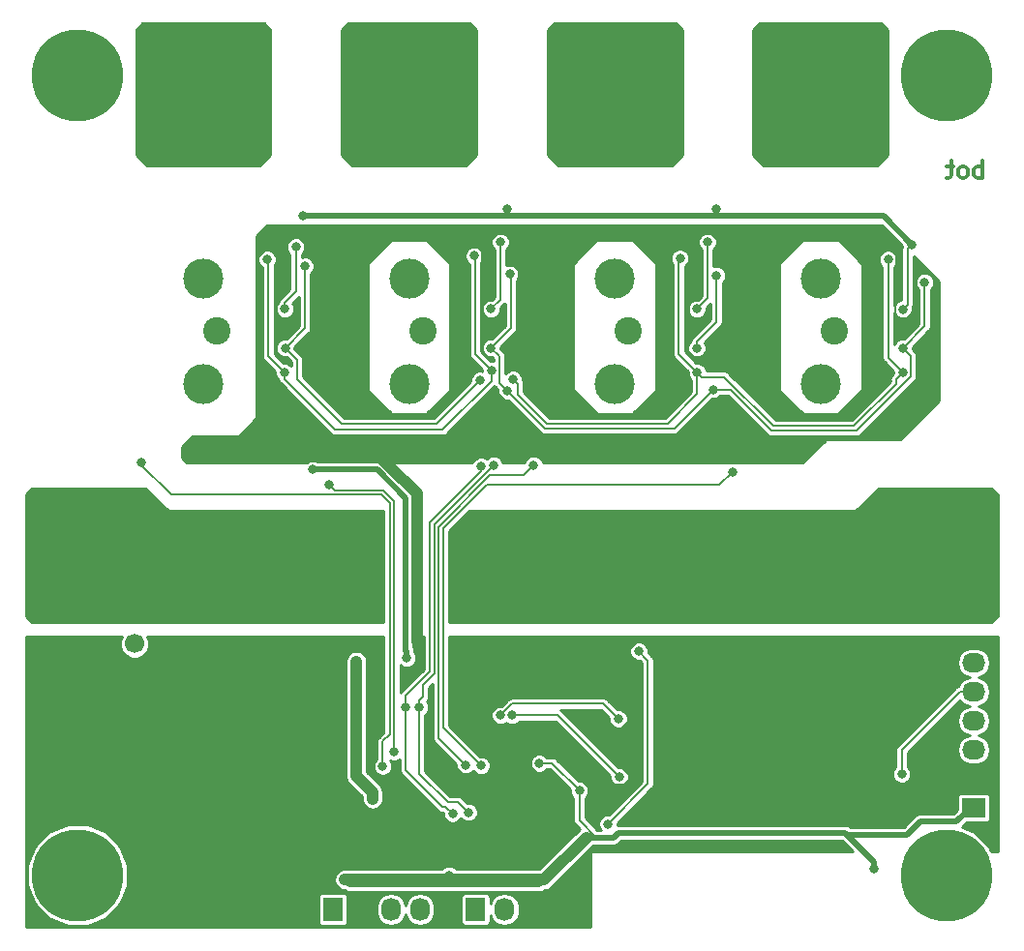
<source format=gbl>
G04 #@! TF.GenerationSoftware,KiCad,Pcbnew,5.0.2-bee76a0~70~ubuntu18.04.1*
G04 #@! TF.CreationDate,2019-03-10T09:38:59+01:00*
G04 #@! TF.ProjectId,stromwaechter,7374726f-6d77-4616-9563-687465722e6b,1.0*
G04 #@! TF.SameCoordinates,Original*
G04 #@! TF.FileFunction,Copper,L2,Bot*
G04 #@! TF.FilePolarity,Positive*
%FSLAX46Y46*%
G04 Gerber Fmt 4.6, Leading zero omitted, Abs format (unit mm)*
G04 Created by KiCad (PCBNEW 5.0.2-bee76a0~70~ubuntu18.04.1) date So 10 Mär 2019 09:38:59 CET*
%MOMM*%
%LPD*%
G01*
G04 APERTURE LIST*
G04 #@! TA.AperFunction,NonConductor*
%ADD10C,0.300000*%
G04 #@! TD*
G04 #@! TA.AperFunction,ComponentPad*
%ADD11C,1.700000*%
G04 #@! TD*
G04 #@! TA.AperFunction,ComponentPad*
%ADD12R,1.727200X2.032000*%
G04 #@! TD*
G04 #@! TA.AperFunction,ComponentPad*
%ADD13O,1.727200X2.032000*%
G04 #@! TD*
G04 #@! TA.AperFunction,ComponentPad*
%ADD14C,3.500000*%
G04 #@! TD*
G04 #@! TA.AperFunction,ComponentPad*
%ADD15C,2.400000*%
G04 #@! TD*
G04 #@! TA.AperFunction,ComponentPad*
%ADD16R,2.032000X1.727200*%
G04 #@! TD*
G04 #@! TA.AperFunction,ComponentPad*
%ADD17O,2.032000X1.727200*%
G04 #@! TD*
G04 #@! TA.AperFunction,ComponentPad*
%ADD18C,2.000000*%
G04 #@! TD*
G04 #@! TA.AperFunction,ViaPad*
%ADD19C,8.000000*%
G04 #@! TD*
G04 #@! TA.AperFunction,ViaPad*
%ADD20C,0.800000*%
G04 #@! TD*
G04 #@! TA.AperFunction,Conductor*
%ADD21C,0.200000*%
G04 #@! TD*
G04 #@! TA.AperFunction,Conductor*
%ADD22C,1.000000*%
G04 #@! TD*
G04 #@! TA.AperFunction,Conductor*
%ADD23C,0.500000*%
G04 #@! TD*
G04 #@! TA.AperFunction,Conductor*
%ADD24C,0.254000*%
G04 #@! TD*
G04 APERTURE END LIST*
D10*
X188128571Y-71978571D02*
X188128571Y-70478571D01*
X188128571Y-71050000D02*
X187985714Y-70978571D01*
X187700000Y-70978571D01*
X187557142Y-71050000D01*
X187485714Y-71121428D01*
X187414285Y-71264285D01*
X187414285Y-71692857D01*
X187485714Y-71835714D01*
X187557142Y-71907142D01*
X187700000Y-71978571D01*
X187985714Y-71978571D01*
X188128571Y-71907142D01*
X186557142Y-71978571D02*
X186700000Y-71907142D01*
X186771428Y-71835714D01*
X186842857Y-71692857D01*
X186842857Y-71264285D01*
X186771428Y-71121428D01*
X186700000Y-71050000D01*
X186557142Y-70978571D01*
X186342857Y-70978571D01*
X186200000Y-71050000D01*
X186128571Y-71121428D01*
X186057142Y-71264285D01*
X186057142Y-71692857D01*
X186128571Y-71835714D01*
X186200000Y-71907142D01*
X186342857Y-71978571D01*
X186557142Y-71978571D01*
X185628571Y-70978571D02*
X185057142Y-70978571D01*
X185414285Y-70478571D02*
X185414285Y-71764285D01*
X185342857Y-71907142D01*
X185200000Y-71978571D01*
X185057142Y-71978571D01*
D11*
G04 #@! TO.P,CN1,1*
G04 #@! TO.N,VIN*
X114000000Y-112750000D03*
G04 #@! TO.P,CN1,2*
G04 #@! TO.N,GND*
X114000000Y-115250000D03*
G04 #@! TD*
D12*
G04 #@! TO.P,P1,1*
G04 #@! TO.N,/RxD*
X143820000Y-136000000D03*
D13*
G04 #@! TO.P,P1,2*
G04 #@! TO.N,/TxD*
X146360000Y-136000000D03*
G04 #@! TO.P,P1,3*
G04 #@! TO.N,GND*
X148900000Y-136000000D03*
G04 #@! TD*
D12*
G04 #@! TO.P,P2,1*
G04 #@! TO.N,+3V3*
X131350000Y-136000000D03*
D13*
G04 #@! TO.P,P2,2*
G04 #@! TO.N,GND*
X133890000Y-136000000D03*
G04 #@! TO.P,P2,3*
G04 #@! TO.N,SDA*
X136430000Y-136000000D03*
G04 #@! TO.P,P2,4*
G04 #@! TO.N,SCL*
X138970000Y-136000000D03*
G04 #@! TD*
D14*
G04 #@! TO.P,F1,1*
G04 #@! TO.N,/Input/Output/INA0_F*
X120000000Y-90000000D03*
D15*
G04 #@! TO.P,F1,*
G04 #@! TO.N,*
X121200000Y-85400000D03*
D14*
G04 #@! TO.P,F1,2*
G04 #@! TO.N,/Input/Output/INA0_VIN*
X120000000Y-80800000D03*
G04 #@! TD*
G04 #@! TO.P,F2,2*
G04 #@! TO.N,/Input/Output/INA1_VIN*
X138000000Y-80800000D03*
D15*
G04 #@! TO.P,F2,*
G04 #@! TO.N,*
X139200000Y-85400000D03*
D14*
G04 #@! TO.P,F2,1*
G04 #@! TO.N,/Input/Output/INA1_F*
X138000000Y-90000000D03*
G04 #@! TD*
G04 #@! TO.P,F3,1*
G04 #@! TO.N,/Input/Output/INA2_F*
X156000000Y-90000000D03*
D15*
G04 #@! TO.P,F3,*
G04 #@! TO.N,*
X157200000Y-85400000D03*
D14*
G04 #@! TO.P,F3,2*
G04 #@! TO.N,/Input/Output/INA2_VIN*
X156000000Y-80800000D03*
G04 #@! TD*
G04 #@! TO.P,F4,2*
G04 #@! TO.N,/Input/Output/INA3_VIN*
X174000000Y-80800000D03*
D15*
G04 #@! TO.P,F4,*
G04 #@! TO.N,*
X175200000Y-85400000D03*
D14*
G04 #@! TO.P,F4,1*
G04 #@! TO.N,/Input/Output/INA3_F*
X174000000Y-90000000D03*
G04 #@! TD*
D16*
G04 #@! TO.P,P3,1*
G04 #@! TO.N,+3V3*
X187400000Y-127100000D03*
D17*
G04 #@! TO.P,P3,2*
G04 #@! TO.N,GND*
X187400000Y-124560000D03*
G04 #@! TO.P,P3,3*
G04 #@! TO.N,/IO14*
X187400000Y-122020000D03*
G04 #@! TO.P,P3,4*
G04 #@! TO.N,/IO13*
X187400000Y-119480000D03*
G04 #@! TO.P,P3,5*
G04 #@! TO.N,/LED*
X187400000Y-116940000D03*
G04 #@! TO.P,P3,6*
G04 #@! TO.N,/1wire*
X187400000Y-114400000D03*
G04 #@! TD*
D18*
G04 #@! TO.P,P4,1*
G04 #@! TO.N,VIN*
X182730000Y-108810000D03*
X180190000Y-108810000D03*
X185270000Y-108810000D03*
X187810000Y-108810000D03*
X187810000Y-101190000D03*
X185270000Y-101190000D03*
X182730000Y-101190000D03*
X180190000Y-101190000D03*
G04 #@! TD*
G04 #@! TO.P,P5,1*
G04 #@! TO.N,VIN*
X106190000Y-101190000D03*
X108730000Y-101190000D03*
X111270000Y-101190000D03*
X113810000Y-101190000D03*
X113810000Y-108810000D03*
X111270000Y-108810000D03*
X106190000Y-108810000D03*
X108730000Y-108810000D03*
G04 #@! TD*
G04 #@! TO.P,P6,1*
G04 #@! TO.N,GND*
X108730000Y-126810000D03*
X106190000Y-126810000D03*
X111270000Y-126810000D03*
X113810000Y-126810000D03*
X113810000Y-119190000D03*
X111270000Y-119190000D03*
X108730000Y-119190000D03*
X106190000Y-119190000D03*
G04 #@! TD*
G04 #@! TO.P,P7,1*
G04 #@! TO.N,/Input/Output/INOUT0*
X116190000Y-62730000D03*
X116190000Y-60190000D03*
X116190000Y-65270000D03*
X116190000Y-67810000D03*
X123810000Y-67810000D03*
X123810000Y-65270000D03*
X123810000Y-62730000D03*
X123810000Y-60190000D03*
G04 #@! TD*
G04 #@! TO.P,P8,1*
G04 #@! TO.N,/Input/Output/INOUT1*
X141810000Y-60190000D03*
X141810000Y-62730000D03*
X141810000Y-65270000D03*
X141810000Y-67810000D03*
X134190000Y-67810000D03*
X134190000Y-65270000D03*
X134190000Y-60190000D03*
X134190000Y-62730000D03*
G04 #@! TD*
G04 #@! TO.P,P9,1*
G04 #@! TO.N,/Input/Output/INOUT2*
X152190000Y-62730000D03*
X152190000Y-60190000D03*
X152190000Y-65270000D03*
X152190000Y-67810000D03*
X159810000Y-67810000D03*
X159810000Y-65270000D03*
X159810000Y-62730000D03*
X159810000Y-60190000D03*
G04 #@! TD*
G04 #@! TO.P,P10,1*
G04 #@! TO.N,/Input/Output/INOUT3*
X177810000Y-60190000D03*
X177810000Y-62730000D03*
X177810000Y-65270000D03*
X177810000Y-67810000D03*
X170190000Y-67810000D03*
X170190000Y-65270000D03*
X170190000Y-60190000D03*
X170190000Y-62730000D03*
G04 #@! TD*
D19*
G04 #@! TO.N,*
X109000000Y-63000000D03*
X185000000Y-63000000D03*
X185000000Y-133000000D03*
X109000000Y-133000000D03*
D20*
G04 #@! TO.N,GND*
X177500000Y-117200000D03*
X183500000Y-117000000D03*
X123900000Y-125700000D03*
X115500000Y-124500000D03*
X127167179Y-85150768D03*
X126500000Y-78100000D03*
X146400000Y-124000000D03*
X149100000Y-128400000D03*
X155400000Y-120700000D03*
X181194151Y-85158510D03*
X180613050Y-77926100D03*
X163194151Y-85158510D03*
X162737287Y-77846609D03*
X145205849Y-85158510D03*
X144840314Y-77749636D03*
X118600000Y-95900000D03*
X133900000Y-96200000D03*
X151800000Y-96200000D03*
X169700000Y-96000000D03*
X138700000Y-112500000D03*
X162300000Y-130300000D03*
X173800000Y-130300000D03*
X173800000Y-128000000D03*
X162300000Y-128000000D03*
X125712500Y-121362500D03*
X126887500Y-121362500D03*
X126887500Y-122537500D03*
X125700000Y-122500000D03*
X118000000Y-123900000D03*
X126800000Y-128300000D03*
X129000000Y-128800000D03*
X130700000Y-128800000D03*
X161500000Y-117100000D03*
X167100000Y-117100000D03*
X173500000Y-117000000D03*
X180200000Y-126200000D03*
X184800000Y-121300000D03*
X134800000Y-119800000D03*
X131100000Y-117800000D03*
X122200000Y-115300000D03*
X124700000Y-115300000D03*
X126600000Y-113300000D03*
G04 #@! TO.N,+3V3*
X152900000Y-125600000D03*
X149400000Y-123200000D03*
X132400000Y-133400000D03*
X141500000Y-133000000D03*
X127132821Y-83450768D03*
X128100000Y-78000000D03*
X181194151Y-83458510D03*
X182000000Y-77800000D03*
X163176962Y-83446911D03*
X164100000Y-77600000D03*
X145176962Y-83446911D03*
X146000000Y-77600000D03*
X128700000Y-75300000D03*
X164900000Y-74700000D03*
X146600000Y-74700000D03*
X137800000Y-114000000D03*
X129600000Y-97500000D03*
X134800000Y-126300000D03*
X133400000Y-114300000D03*
X178700000Y-132400000D03*
G04 #@! TO.N,/ADC*
X155400000Y-128500000D03*
X158100000Y-113400000D03*
G04 #@! TO.N,/LED*
X181100000Y-124150000D03*
G04 #@! TO.N,VIN*
X135500000Y-110000000D03*
X135500000Y-108500000D03*
X135500000Y-107000000D03*
X135500000Y-105500000D03*
X135500000Y-104000000D03*
X142000000Y-110000000D03*
X142000000Y-108500000D03*
X142000000Y-107000000D03*
X142000000Y-105500000D03*
X142000000Y-104000000D03*
X142500000Y-102500000D03*
G04 #@! TO.N,SDA*
X127100000Y-89000000D03*
X125600000Y-79100000D03*
X156300000Y-119300000D03*
X181200000Y-89000000D03*
X179900000Y-79100000D03*
X163200000Y-89000000D03*
X161700000Y-79000000D03*
X145200000Y-88800000D03*
X143700000Y-78800000D03*
X147100000Y-89600000D03*
X137700000Y-118300000D03*
X146000000Y-119000000D03*
X144300000Y-97200000D03*
X141800000Y-127600000D03*
G04 #@! TO.N,SCL*
X127167179Y-86850768D03*
X128900000Y-79700000D03*
X181201256Y-86861759D03*
X163194151Y-86858510D03*
X164900000Y-80500000D03*
X145176962Y-86846911D03*
X146800000Y-80400000D03*
X144200000Y-89700000D03*
X146600000Y-90600000D03*
X164600000Y-90500000D03*
X138900000Y-118300000D03*
X156400000Y-124400000D03*
X147000000Y-119000000D03*
X145400000Y-97100000D03*
X183100000Y-81100000D03*
X143200000Y-127500000D03*
G04 #@! TO.N,/Input/Output/EN0*
X135700000Y-123475000D03*
X114600000Y-96900000D03*
G04 #@! TO.N,/Input/Output/EN1*
X136700000Y-122200000D03*
X131000000Y-98800000D03*
G04 #@! TO.N,/Input/Output/EN2*
X142955000Y-123345000D03*
X148900000Y-97100000D03*
G04 #@! TO.N,/Input/Output/EN3*
X144300000Y-123400000D03*
X166300000Y-97700000D03*
G04 #@! TD*
D21*
G04 #@! TO.N,GND*
X177500000Y-117200000D02*
X183300000Y-117200000D01*
X183300000Y-117200000D02*
X183500000Y-117000000D01*
X106190000Y-119190000D02*
X108730000Y-119190000D01*
X110144213Y-119190000D02*
X111270000Y-119190000D01*
X108730000Y-119190000D02*
X110144213Y-119190000D01*
X112684213Y-119190000D02*
X113810000Y-119190000D01*
X111270000Y-119190000D02*
X112684213Y-119190000D01*
X123900000Y-125700000D02*
X122700000Y-124500000D01*
X122700000Y-124500000D02*
X115500000Y-124500000D01*
X126432820Y-84416409D02*
X126432820Y-78167180D01*
X127167179Y-85150768D02*
X126432820Y-84416409D01*
X126432820Y-78167180D02*
X126500000Y-78100000D01*
X146400000Y-124000000D02*
X146400000Y-125700000D01*
X146400000Y-125700000D02*
X149100000Y-128400000D01*
X155400000Y-120700000D02*
X157700000Y-123000000D01*
X157700000Y-123000000D02*
X157700000Y-124200000D01*
X156799999Y-125100001D02*
X154400001Y-125100001D01*
X157700000Y-124200000D02*
X156799999Y-125100001D01*
X154400001Y-125100001D02*
X151300000Y-122000000D01*
X148400000Y-122000000D02*
X146400000Y-124000000D01*
X151300000Y-122000000D02*
X148400000Y-122000000D01*
X180494150Y-84458509D02*
X180494150Y-81705850D01*
X181194151Y-85158510D02*
X180494150Y-84458509D01*
X180494150Y-81705850D02*
X180600000Y-81600000D01*
X180600000Y-81600000D02*
X180600000Y-77939150D01*
X180600000Y-77939150D02*
X180613050Y-77926100D01*
X162476961Y-84441320D02*
X162476961Y-78023039D01*
X163194151Y-85158510D02*
X162476961Y-84441320D01*
X162476961Y-78023039D02*
X162653391Y-77846609D01*
X162653391Y-77846609D02*
X162737287Y-77846609D01*
X144400000Y-84352661D02*
X144400000Y-78100000D01*
X145205849Y-85158510D02*
X144400000Y-84352661D01*
X144400000Y-78100000D02*
X144750364Y-77749636D01*
X144750364Y-77749636D02*
X144840314Y-77749636D01*
X126899999Y-77700001D02*
X126899999Y-77200001D01*
X126500000Y-78100000D02*
X126899999Y-77700001D01*
X126899999Y-77200001D02*
X127800000Y-76300000D01*
X178986950Y-76300000D02*
X180613050Y-77926100D01*
X162737287Y-77846609D02*
X162737287Y-76562713D01*
X162737287Y-76562713D02*
X163000000Y-76300000D01*
X163000000Y-76300000D02*
X178986950Y-76300000D01*
X144840314Y-77749636D02*
X144840314Y-76459686D01*
X144840314Y-76459686D02*
X145000000Y-76300000D01*
X127800000Y-76300000D02*
X145000000Y-76300000D01*
X145000000Y-76300000D02*
X163000000Y-76300000D01*
X131363998Y-95163998D02*
X132100000Y-95900000D01*
X130800000Y-95163998D02*
X131363998Y-95163998D01*
X134200000Y-95900000D02*
X133900000Y-96200000D01*
X134500000Y-95900000D02*
X134200000Y-95900000D01*
X135000000Y-95900000D02*
X134500000Y-95900000D01*
X151500000Y-95900000D02*
X151800000Y-96200000D01*
X151300000Y-95900000D02*
X151500000Y-95900000D01*
X124663998Y-89627996D02*
X130200000Y-95163998D01*
X124663998Y-79000000D02*
X124663998Y-89627996D01*
X130200000Y-95163998D02*
X130800000Y-95163998D01*
X125563998Y-78100000D02*
X124663998Y-79000000D01*
X126500000Y-78100000D02*
X125563998Y-78100000D01*
X133000000Y-95900000D02*
X135000000Y-95900000D01*
X132100000Y-95900000D02*
X133000000Y-95900000D01*
X127900000Y-95900000D02*
X118600000Y-95900000D01*
X133000000Y-95900000D02*
X127900000Y-95900000D01*
D22*
X167800001Y-95800001D02*
X167900000Y-95900000D01*
X145299999Y-95800001D02*
X167800001Y-95800001D01*
X145200000Y-95900000D02*
X145299999Y-95800001D01*
X145200000Y-95900000D02*
X151300000Y-95900000D01*
X166900000Y-95900000D02*
X168700000Y-95900000D01*
D21*
X167900000Y-95900000D02*
X168700000Y-95900000D01*
X166900000Y-95900000D02*
X167900000Y-95900000D01*
D22*
X168800000Y-96000000D02*
X169700000Y-96000000D01*
X168700000Y-95900000D02*
X168800000Y-96000000D01*
X165600000Y-96000000D02*
X169700000Y-96000000D01*
X165500000Y-95900000D02*
X165600000Y-96000000D01*
D21*
X165500000Y-95900000D02*
X166900000Y-95900000D01*
X151300000Y-95900000D02*
X165500000Y-95900000D01*
D22*
X128600000Y-95900000D02*
X118600000Y-95900000D01*
X136100000Y-95900000D02*
X128600000Y-95900000D01*
X136100000Y-95900000D02*
X145200000Y-95900000D01*
X134500000Y-95900000D02*
X136100000Y-95900000D01*
X138700000Y-112500000D02*
X138700000Y-99600000D01*
X138700000Y-99600000D02*
X136200000Y-97100000D01*
X136200000Y-97100000D02*
X135000000Y-95900000D01*
D21*
G04 #@! TO.N,+3V3*
X152900000Y-125600000D02*
X150500000Y-123200000D01*
X150500000Y-123200000D02*
X149400000Y-123200000D01*
X140700000Y-133800000D02*
X141500000Y-133000000D01*
X127132821Y-82885083D02*
X128100000Y-81917904D01*
X127132821Y-83450768D02*
X127132821Y-82885083D01*
X128100000Y-81917904D02*
X128100000Y-78000000D01*
X152900000Y-128200000D02*
X152900000Y-125600000D01*
X154400000Y-129700000D02*
X152900000Y-128200000D01*
X181594150Y-83058511D02*
X181594150Y-78205850D01*
X181194151Y-83458510D02*
X181594150Y-83058511D01*
X181594150Y-78205850D02*
X182000000Y-77800000D01*
X163176962Y-83446911D02*
X164100000Y-82523873D01*
X164100000Y-82523873D02*
X164100000Y-77600000D01*
X145176962Y-83446911D02*
X146000000Y-82623873D01*
X146000000Y-82623873D02*
X146000000Y-77600000D01*
D23*
X179500000Y-75300000D02*
X182000000Y-77800000D01*
D21*
X164900000Y-75265685D02*
X164934315Y-75300000D01*
X164900000Y-74700000D02*
X164900000Y-75265685D01*
X164934315Y-75300000D02*
X165000000Y-75300000D01*
D23*
X165000000Y-75300000D02*
X179500000Y-75300000D01*
D21*
X146634315Y-75300000D02*
X146800000Y-75300000D01*
X146600000Y-75265685D02*
X146634315Y-75300000D01*
X146600000Y-74700000D02*
X146600000Y-75265685D01*
D23*
X146800000Y-75300000D02*
X165000000Y-75300000D01*
X130000000Y-75300000D02*
X146800000Y-75300000D01*
X128700000Y-75300000D02*
X130000000Y-75300000D01*
X129600000Y-97500000D02*
X135200000Y-97500000D01*
X135200000Y-97500000D02*
X137700000Y-100000000D01*
X137800000Y-113434315D02*
X137800000Y-114000000D01*
X137700000Y-113334315D02*
X137800000Y-113434315D01*
X137700000Y-100000000D02*
X137700000Y-113334315D01*
X156300000Y-129300000D02*
X155900000Y-129700000D01*
X168900000Y-129300000D02*
X156300000Y-129300000D01*
X176165685Y-129300000D02*
X168900000Y-129300000D01*
X155800000Y-129700000D02*
X153500000Y-129700000D01*
D21*
X155800000Y-129700000D02*
X154400000Y-129700000D01*
X155900000Y-129700000D02*
X155800000Y-129700000D01*
D23*
X149400000Y-133800000D02*
X134700000Y-133800000D01*
X153500000Y-129700000D02*
X149400000Y-133800000D01*
X132799999Y-133799999D02*
X132400000Y-133400000D01*
X135800000Y-133800000D02*
X132799999Y-133799999D01*
D21*
X135800000Y-133800000D02*
X140700000Y-133800000D01*
X134700000Y-133800000D02*
X135800000Y-133800000D01*
D22*
X149800000Y-133400000D02*
X153500000Y-129700000D01*
X132400000Y-133400000D02*
X149800000Y-133400000D01*
X134800000Y-125734315D02*
X133400000Y-124334315D01*
X134800000Y-126300000D02*
X134800000Y-125734315D01*
X133400000Y-124334315D02*
X133400000Y-114300000D01*
D23*
X187400000Y-127100000D02*
X187100000Y-127100000D01*
X187100000Y-127100000D02*
X185900000Y-128300000D01*
X185900000Y-128300000D02*
X182700000Y-128300000D01*
X176315684Y-129449999D02*
X176165685Y-129300000D01*
X181550001Y-129449999D02*
X176315684Y-129449999D01*
X182700000Y-128300000D02*
X181550001Y-129449999D01*
X178700000Y-132400000D02*
X178700000Y-131834315D01*
X178700000Y-131834315D02*
X176165685Y-129300000D01*
D21*
G04 #@! TO.N,/ADC*
X158900000Y-125000000D02*
X155400000Y-128500000D01*
X158900000Y-114200000D02*
X158100000Y-113400000D01*
X158900000Y-125000000D02*
X158900000Y-114200000D01*
G04 #@! TO.N,/LED*
X181100000Y-123584315D02*
X181100000Y-124150000D01*
X181100000Y-122024000D02*
X181100000Y-123584315D01*
X186184000Y-116940000D02*
X181100000Y-122024000D01*
X187400000Y-116940000D02*
X186184000Y-116940000D01*
G04 #@! TO.N,SDA*
X125700000Y-87600000D02*
X125700000Y-79200000D01*
X127100000Y-89000000D02*
X125700000Y-87600000D01*
X125700000Y-79200000D02*
X125600000Y-79100000D01*
X181200000Y-89000000D02*
X179900000Y-87700000D01*
X179900000Y-87700000D02*
X179900000Y-79200000D01*
X179900000Y-79200000D02*
X179900000Y-79100000D01*
X161600000Y-87400000D02*
X161600000Y-79100000D01*
X163200000Y-89000000D02*
X161600000Y-87400000D01*
X161600000Y-79100000D02*
X161700000Y-79000000D01*
X143800000Y-87400000D02*
X143800000Y-78900000D01*
X145200000Y-88800000D02*
X143800000Y-87400000D01*
X143800000Y-78900000D02*
X143700000Y-78800000D01*
X137700000Y-122300000D02*
X137700000Y-118300000D01*
X147000000Y-118000000D02*
X146000000Y-119000000D01*
X155000000Y-118000000D02*
X147000000Y-118000000D01*
X156300000Y-119300000D02*
X155000000Y-118000000D01*
X137700000Y-122300000D02*
X137700000Y-119600000D01*
X137700000Y-117600000D02*
X137700000Y-117300000D01*
X137700000Y-119600000D02*
X137700000Y-117600000D01*
X137700000Y-117300000D02*
X139800000Y-115200000D01*
X139800000Y-104700000D02*
X139800000Y-102100000D01*
X139800000Y-115200000D02*
X139800000Y-104700000D01*
X139800000Y-102100000D02*
X144300000Y-97600000D01*
X144300000Y-97600000D02*
X144300000Y-97200000D01*
X145200000Y-89300000D02*
X145200000Y-88800000D01*
X145200000Y-89736002D02*
X145200000Y-89300000D01*
X140936002Y-94000000D02*
X145200000Y-89736002D01*
X131534315Y-94000000D02*
X140936002Y-94000000D01*
X127100000Y-89565685D02*
X131534315Y-94000000D01*
X127100000Y-89000000D02*
X127100000Y-89565685D01*
X147499999Y-89999999D02*
X147100000Y-89600000D01*
X147499999Y-90934301D02*
X147499999Y-89999999D01*
X150065698Y-93500000D02*
X147499999Y-90934301D01*
X160600000Y-93500000D02*
X150065698Y-93500000D01*
X163200000Y-90900000D02*
X160600000Y-93500000D01*
X163200000Y-89000000D02*
X163200000Y-90900000D01*
X180800001Y-89399999D02*
X181200000Y-89000000D01*
X163200000Y-89000000D02*
X163599999Y-89399999D01*
X163599999Y-89399999D02*
X165565697Y-89399999D01*
X165565697Y-89399999D02*
X169865688Y-93699990D01*
X180600000Y-89600000D02*
X180800001Y-89399999D01*
X180600000Y-90000000D02*
X180600000Y-89600000D01*
X169865688Y-93699990D02*
X176900010Y-93699990D01*
X176900010Y-93699990D02*
X180600000Y-90000000D01*
X137700000Y-123800000D02*
X137700000Y-119600000D01*
X141200000Y-127000000D02*
X141800000Y-127600000D01*
X140900000Y-127000000D02*
X141200000Y-127000000D01*
X140900000Y-127000000D02*
X137700000Y-123800000D01*
G04 #@! TO.N,SCL*
X127167179Y-86850768D02*
X128900000Y-85117947D01*
X128900000Y-85117947D02*
X128900000Y-79700000D01*
X163194151Y-86292825D02*
X164900000Y-84586976D01*
X163194151Y-86858510D02*
X163194151Y-86292825D01*
X164900000Y-84586976D02*
X164900000Y-80500000D01*
X145176962Y-86846911D02*
X146900000Y-85123873D01*
X146900000Y-85123873D02*
X146900000Y-80500000D01*
X146900000Y-80500000D02*
X146800000Y-80400000D01*
X127167179Y-86850768D02*
X128200000Y-87883589D01*
X128200000Y-87883589D02*
X128200000Y-89600000D01*
X138900000Y-122200000D02*
X138900000Y-118300000D01*
X151000000Y-119000000D02*
X156400000Y-124400000D01*
X147000000Y-119000000D02*
X151000000Y-119000000D01*
X138900000Y-122200000D02*
X138900000Y-120300000D01*
X138900000Y-117600000D02*
X139000000Y-117600000D01*
X138900000Y-120300000D02*
X138900000Y-117600000D01*
X128200000Y-89600000D02*
X129200000Y-90600000D01*
X132100000Y-93500000D02*
X131600000Y-93000000D01*
X140400000Y-93500000D02*
X132100000Y-93500000D01*
X129200000Y-90600000D02*
X131600000Y-93000000D01*
X140400000Y-93500000D02*
X144200000Y-89700000D01*
X145900001Y-89900001D02*
X146600000Y-90600000D01*
X145900001Y-87569950D02*
X145900001Y-89900001D01*
X145176962Y-86846911D02*
X145900001Y-87569950D01*
X139200000Y-116365698D02*
X140200000Y-115365698D01*
X139200000Y-117400000D02*
X139200000Y-116365698D01*
X139000000Y-117600000D02*
X139200000Y-117400000D01*
X140200000Y-104865699D02*
X140200010Y-104865689D01*
X140200000Y-115365698D02*
X140200000Y-104865699D01*
X140200010Y-104865689D02*
X140200010Y-102265688D01*
X140200010Y-102265688D02*
X142832849Y-99632849D01*
X142867151Y-99632849D02*
X145400000Y-97100000D01*
X142832849Y-99632849D02*
X142867151Y-99632849D01*
X149900000Y-93900000D02*
X146600000Y-90600000D01*
X161200000Y-93900000D02*
X149900000Y-93900000D01*
X164600000Y-90500000D02*
X161200000Y-93900000D01*
X181900001Y-87560504D02*
X181201256Y-86861759D01*
X181900001Y-89336001D02*
X181900001Y-87560504D01*
X177136002Y-94100000D02*
X181900001Y-89336001D01*
X169700000Y-94100000D02*
X177136002Y-94100000D01*
X166100000Y-90500000D02*
X169700000Y-94100000D01*
X164600000Y-90500000D02*
X166100000Y-90500000D01*
X183100000Y-84963015D02*
X181201256Y-86861759D01*
X183100000Y-81100000D02*
X183100000Y-84963015D01*
X142300000Y-126600000D02*
X141400000Y-126600000D01*
X138900000Y-124100000D02*
X138900000Y-120300000D01*
X141400000Y-126600000D02*
X138900000Y-124100000D01*
X143200000Y-127500000D02*
X142300000Y-126600000D01*
G04 #@! TO.N,/Input/Output/EN0*
X114600000Y-97100000D02*
X114600000Y-96900000D01*
X135700000Y-123475000D02*
X135700000Y-121300000D01*
X135700000Y-121300000D02*
X136300000Y-120700000D01*
X136300000Y-100400000D02*
X135600000Y-99700000D01*
X136300000Y-120700000D02*
X136300000Y-100400000D01*
X135600000Y-99700000D02*
X117200000Y-99700000D01*
X117200000Y-99700000D02*
X114600000Y-97100000D01*
G04 #@! TO.N,/Input/Output/EN1*
X136700000Y-113000000D02*
X136700008Y-112999992D01*
X136700008Y-112999992D02*
X136700008Y-100234310D01*
X136700000Y-122200000D02*
X136700000Y-113000000D01*
X136200000Y-99734302D02*
X135765689Y-99299990D01*
X136700008Y-100234310D02*
X136200000Y-99734302D01*
X135765689Y-99299990D02*
X135765679Y-99300000D01*
X135765679Y-99300000D02*
X131500000Y-99300000D01*
X131500000Y-99300000D02*
X131000000Y-98800000D01*
G04 #@! TO.N,/Input/Output/EN2*
X142955000Y-123345000D02*
X140600010Y-120990010D01*
X140600010Y-115400000D02*
X140600010Y-114900010D01*
X140600010Y-120990010D02*
X140600010Y-115400000D01*
X148500000Y-97500000D02*
X148900000Y-97100000D01*
X148000000Y-98000000D02*
X148500000Y-97500000D01*
X145065698Y-98000000D02*
X148000000Y-98000000D01*
X140634312Y-102431386D02*
X145065698Y-98000000D01*
X140600010Y-102431386D02*
X140634312Y-102431386D01*
X140600010Y-115400000D02*
X140600010Y-102431386D01*
G04 #@! TO.N,/Input/Output/EN3*
X141000020Y-120100020D02*
X144300000Y-123400000D01*
X144781386Y-98850010D02*
X141000020Y-102631376D01*
X166300000Y-97700000D02*
X165149990Y-98850010D01*
X141000020Y-102631376D02*
X141000020Y-120100020D01*
X165149990Y-98850010D02*
X144781386Y-98850010D01*
G04 #@! TD*
D24*
G04 #@! TO.N,/Input/Output/INOUT0*
G36*
X125873000Y-59052606D02*
X125873000Y-69947394D01*
X124947394Y-70873000D01*
X115052606Y-70873000D01*
X114127000Y-69947394D01*
X114127000Y-59052606D01*
X114702606Y-58477000D01*
X125297394Y-58477000D01*
X125873000Y-59052606D01*
X125873000Y-59052606D01*
G37*
X125873000Y-59052606D02*
X125873000Y-69947394D01*
X124947394Y-70873000D01*
X115052606Y-70873000D01*
X114127000Y-69947394D01*
X114127000Y-59052606D01*
X114702606Y-58477000D01*
X125297394Y-58477000D01*
X125873000Y-59052606D01*
G04 #@! TO.N,/Input/Output/INOUT1*
G36*
X143873000Y-59052606D02*
X143873000Y-69947394D01*
X142947394Y-70873000D01*
X133052606Y-70873000D01*
X132127000Y-69947394D01*
X132127000Y-59052606D01*
X132702606Y-58477000D01*
X143297394Y-58477000D01*
X143873000Y-59052606D01*
X143873000Y-59052606D01*
G37*
X143873000Y-59052606D02*
X143873000Y-69947394D01*
X142947394Y-70873000D01*
X133052606Y-70873000D01*
X132127000Y-69947394D01*
X132127000Y-59052606D01*
X132702606Y-58477000D01*
X143297394Y-58477000D01*
X143873000Y-59052606D01*
G04 #@! TO.N,/Input/Output/INOUT2*
G36*
X161873000Y-59052606D02*
X161873000Y-69947394D01*
X160947394Y-70873000D01*
X151052606Y-70873000D01*
X150127000Y-69947394D01*
X150127000Y-59052606D01*
X150702606Y-58477000D01*
X161297394Y-58477000D01*
X161873000Y-59052606D01*
X161873000Y-59052606D01*
G37*
X161873000Y-59052606D02*
X161873000Y-69947394D01*
X160947394Y-70873000D01*
X151052606Y-70873000D01*
X150127000Y-69947394D01*
X150127000Y-59052606D01*
X150702606Y-58477000D01*
X161297394Y-58477000D01*
X161873000Y-59052606D01*
G04 #@! TO.N,VIN*
G36*
X116910197Y-101089803D02*
X116951399Y-101117333D01*
X117000000Y-101127000D01*
X135773001Y-101127000D01*
X135773000Y-110873000D01*
X105052606Y-110873000D01*
X104477000Y-110297394D01*
X104477000Y-99702606D01*
X105052606Y-99127000D01*
X114947394Y-99127000D01*
X116910197Y-101089803D01*
X116910197Y-101089803D01*
G37*
X116910197Y-101089803D02*
X116951399Y-101117333D01*
X117000000Y-101127000D01*
X135773001Y-101127000D01*
X135773000Y-110873000D01*
X105052606Y-110873000D01*
X104477000Y-110297394D01*
X104477000Y-99702606D01*
X105052606Y-99127000D01*
X114947394Y-99127000D01*
X116910197Y-101089803D01*
G36*
X189523001Y-99702607D02*
X189523001Y-110297393D01*
X188947394Y-110873000D01*
X141527020Y-110873000D01*
X141527020Y-102849666D01*
X143249686Y-101127000D01*
X177000000Y-101127000D01*
X177048601Y-101117333D01*
X177089803Y-101089803D01*
X179052606Y-99127000D01*
X188947394Y-99127000D01*
X189523001Y-99702607D01*
X189523001Y-99702607D01*
G37*
X189523001Y-99702607D02*
X189523001Y-110297393D01*
X188947394Y-110873000D01*
X141527020Y-110873000D01*
X141527020Y-102849666D01*
X143249686Y-101127000D01*
X177000000Y-101127000D01*
X177048601Y-101117333D01*
X177089803Y-101089803D01*
X179052606Y-99127000D01*
X188947394Y-99127000D01*
X189523001Y-99702607D01*
G04 #@! TO.N,GND*
G36*
X112723000Y-112495989D02*
X112723000Y-113004011D01*
X112917412Y-113473362D01*
X113276638Y-113832588D01*
X113745989Y-114027000D01*
X114254011Y-114027000D01*
X114723362Y-113832588D01*
X115082588Y-113473362D01*
X115277000Y-113004011D01*
X115277000Y-112495989D01*
X115124159Y-112127000D01*
X135773000Y-112127000D01*
X135773000Y-120481709D01*
X135364053Y-120890657D01*
X135320056Y-120920055D01*
X135290658Y-120964052D01*
X135290654Y-120964056D01*
X135242620Y-121035945D01*
X135203578Y-121094375D01*
X135183437Y-121195634D01*
X135162677Y-121300000D01*
X135173001Y-121351902D01*
X135173000Y-122832445D01*
X134998903Y-123006542D01*
X134873000Y-123310499D01*
X134873000Y-123639501D01*
X134998903Y-123943458D01*
X135231542Y-124176097D01*
X135535499Y-124302000D01*
X135864501Y-124302000D01*
X136168458Y-124176097D01*
X136401097Y-123943458D01*
X136527000Y-123639501D01*
X136527000Y-123310499D01*
X136401097Y-123006542D01*
X136340985Y-122946430D01*
X136535499Y-123027000D01*
X136864501Y-123027000D01*
X137168458Y-122901097D01*
X137173000Y-122896555D01*
X137173000Y-123748102D01*
X137162677Y-123800000D01*
X137173000Y-123851898D01*
X137173000Y-123851902D01*
X137203577Y-124005624D01*
X137320055Y-124179945D01*
X137364055Y-124209345D01*
X140490654Y-127335944D01*
X140520055Y-127379945D01*
X140694375Y-127496423D01*
X140848097Y-127527000D01*
X140848101Y-127527000D01*
X140899999Y-127537323D01*
X140951897Y-127527000D01*
X140973000Y-127527000D01*
X140973000Y-127764501D01*
X141098903Y-128068458D01*
X141331542Y-128301097D01*
X141635499Y-128427000D01*
X141964501Y-128427000D01*
X142268458Y-128301097D01*
X142501097Y-128068458D01*
X142529744Y-127999299D01*
X142731542Y-128201097D01*
X143035499Y-128327000D01*
X143364501Y-128327000D01*
X143668458Y-128201097D01*
X143901097Y-127968458D01*
X144027000Y-127664501D01*
X144027000Y-127335499D01*
X143901097Y-127031542D01*
X143668458Y-126798903D01*
X143364501Y-126673000D01*
X143118290Y-126673000D01*
X142709345Y-126264055D01*
X142679945Y-126220055D01*
X142505625Y-126103577D01*
X142351903Y-126073000D01*
X142351898Y-126073000D01*
X142300000Y-126062677D01*
X142248102Y-126073000D01*
X141618291Y-126073000D01*
X139427000Y-123881710D01*
X139427000Y-118942555D01*
X139601097Y-118768458D01*
X139727000Y-118464501D01*
X139727000Y-118135499D01*
X139601097Y-117831542D01*
X139561695Y-117792140D01*
X139579945Y-117779945D01*
X139646764Y-117679945D01*
X139696423Y-117605625D01*
X139716721Y-117503577D01*
X139727000Y-117451903D01*
X139727000Y-117451899D01*
X139737323Y-117400000D01*
X139727000Y-117348101D01*
X139727000Y-116583988D01*
X140073011Y-116237978D01*
X140073010Y-120938112D01*
X140062687Y-120990010D01*
X140073010Y-121041908D01*
X140073010Y-121041912D01*
X140103587Y-121195634D01*
X140220065Y-121369955D01*
X140264065Y-121399355D01*
X142128000Y-123263291D01*
X142128000Y-123509501D01*
X142253903Y-123813458D01*
X142486542Y-124046097D01*
X142790499Y-124172000D01*
X143119501Y-124172000D01*
X143423458Y-124046097D01*
X143600000Y-123869555D01*
X143831542Y-124101097D01*
X144135499Y-124227000D01*
X144464501Y-124227000D01*
X144768458Y-124101097D01*
X145001097Y-123868458D01*
X145127000Y-123564501D01*
X145127000Y-123235499D01*
X145001097Y-122931542D01*
X144768458Y-122698903D01*
X144464501Y-122573000D01*
X144218290Y-122573000D01*
X141527020Y-119881730D01*
X141527020Y-118835499D01*
X145173000Y-118835499D01*
X145173000Y-119164501D01*
X145298903Y-119468458D01*
X145531542Y-119701097D01*
X145835499Y-119827000D01*
X146164501Y-119827000D01*
X146468458Y-119701097D01*
X146500000Y-119669555D01*
X146531542Y-119701097D01*
X146835499Y-119827000D01*
X147164501Y-119827000D01*
X147468458Y-119701097D01*
X147642555Y-119527000D01*
X150781710Y-119527000D01*
X155573000Y-124318291D01*
X155573000Y-124564501D01*
X155698903Y-124868458D01*
X155931542Y-125101097D01*
X156235499Y-125227000D01*
X156564501Y-125227000D01*
X156868458Y-125101097D01*
X157101097Y-124868458D01*
X157227000Y-124564501D01*
X157227000Y-124235499D01*
X157101097Y-123931542D01*
X156868458Y-123698903D01*
X156564501Y-123573000D01*
X156318291Y-123573000D01*
X151409345Y-118664055D01*
X151379945Y-118620055D01*
X151240680Y-118527000D01*
X154781710Y-118527000D01*
X155473000Y-119218291D01*
X155473000Y-119464501D01*
X155598903Y-119768458D01*
X155831542Y-120001097D01*
X156135499Y-120127000D01*
X156464501Y-120127000D01*
X156768458Y-120001097D01*
X157001097Y-119768458D01*
X157127000Y-119464501D01*
X157127000Y-119135499D01*
X157001097Y-118831542D01*
X156768458Y-118598903D01*
X156464501Y-118473000D01*
X156218291Y-118473000D01*
X155409345Y-117664055D01*
X155379945Y-117620055D01*
X155205625Y-117503577D01*
X155051903Y-117473000D01*
X155051898Y-117473000D01*
X155000000Y-117462677D01*
X154948102Y-117473000D01*
X147051899Y-117473000D01*
X147000000Y-117462677D01*
X146948101Y-117473000D01*
X146948097Y-117473000D01*
X146794375Y-117503577D01*
X146664055Y-117590654D01*
X146664052Y-117590657D01*
X146620055Y-117620055D01*
X146590656Y-117664053D01*
X146081710Y-118173000D01*
X145835499Y-118173000D01*
X145531542Y-118298903D01*
X145298903Y-118531542D01*
X145173000Y-118835499D01*
X141527020Y-118835499D01*
X141527020Y-112127000D01*
X189523001Y-112127000D01*
X189523001Y-130873000D01*
X188910718Y-130873000D01*
X188753029Y-130492306D01*
X187507694Y-129246971D01*
X186390641Y-128784272D01*
X186425864Y-128731557D01*
X186758457Y-128398965D01*
X188416000Y-128398965D01*
X188582607Y-128365825D01*
X188723850Y-128271450D01*
X188818225Y-128130207D01*
X188851365Y-127963600D01*
X188851365Y-126236400D01*
X188818225Y-126069793D01*
X188723850Y-125928550D01*
X188582607Y-125834175D01*
X188416000Y-125801035D01*
X186384000Y-125801035D01*
X186217393Y-125834175D01*
X186076150Y-125928550D01*
X185981775Y-126069793D01*
X185948635Y-126236400D01*
X185948635Y-127293943D01*
X185619579Y-127623000D01*
X182766676Y-127623000D01*
X182699999Y-127609737D01*
X182633323Y-127623000D01*
X182633322Y-127623000D01*
X182435848Y-127662280D01*
X182211910Y-127811910D01*
X182174138Y-127868440D01*
X181269580Y-128772999D01*
X176595540Y-128772999D01*
X176429837Y-128662280D01*
X176232363Y-128623000D01*
X176232361Y-128623000D01*
X176165685Y-128609737D01*
X176099009Y-128623000D01*
X156366676Y-128623000D01*
X156299999Y-128609737D01*
X156233323Y-128623000D01*
X156233322Y-128623000D01*
X156227000Y-128624258D01*
X156227000Y-128418290D01*
X159235945Y-125409345D01*
X159279945Y-125379945D01*
X159396423Y-125205625D01*
X159427000Y-125051903D01*
X159427000Y-125051899D01*
X159437323Y-125000001D01*
X159427000Y-124948103D01*
X159427000Y-123985499D01*
X180273000Y-123985499D01*
X180273000Y-124314501D01*
X180398903Y-124618458D01*
X180631542Y-124851097D01*
X180935499Y-124977000D01*
X181264501Y-124977000D01*
X181568458Y-124851097D01*
X181801097Y-124618458D01*
X181927000Y-124314501D01*
X181927000Y-123985499D01*
X181801097Y-123681542D01*
X181627000Y-123507445D01*
X181627000Y-122242290D01*
X186189633Y-117679658D01*
X186317130Y-117870470D01*
X186744033Y-118155718D01*
X187016926Y-118210000D01*
X186744033Y-118264282D01*
X186317130Y-118549530D01*
X186031882Y-118976433D01*
X185931716Y-119480000D01*
X186031882Y-119983567D01*
X186317130Y-120410470D01*
X186744033Y-120695718D01*
X187016926Y-120750000D01*
X186744033Y-120804282D01*
X186317130Y-121089530D01*
X186031882Y-121516433D01*
X185931716Y-122020000D01*
X186031882Y-122523567D01*
X186317130Y-122950470D01*
X186744033Y-123235718D01*
X187120489Y-123310600D01*
X187679511Y-123310600D01*
X188055967Y-123235718D01*
X188482870Y-122950470D01*
X188768118Y-122523567D01*
X188868284Y-122020000D01*
X188768118Y-121516433D01*
X188482870Y-121089530D01*
X188055967Y-120804282D01*
X187783074Y-120750000D01*
X188055967Y-120695718D01*
X188482870Y-120410470D01*
X188768118Y-119983567D01*
X188868284Y-119480000D01*
X188768118Y-118976433D01*
X188482870Y-118549530D01*
X188055967Y-118264282D01*
X187783074Y-118210000D01*
X188055967Y-118155718D01*
X188482870Y-117870470D01*
X188768118Y-117443567D01*
X188868284Y-116940000D01*
X188768118Y-116436433D01*
X188482870Y-116009530D01*
X188055967Y-115724282D01*
X187783074Y-115670000D01*
X188055967Y-115615718D01*
X188482870Y-115330470D01*
X188768118Y-114903567D01*
X188868284Y-114400000D01*
X188768118Y-113896433D01*
X188482870Y-113469530D01*
X188055967Y-113184282D01*
X187679511Y-113109400D01*
X187120489Y-113109400D01*
X186744033Y-113184282D01*
X186317130Y-113469530D01*
X186031882Y-113896433D01*
X185931716Y-114400000D01*
X186031882Y-114903567D01*
X186317130Y-115330470D01*
X186744033Y-115615718D01*
X187016926Y-115670000D01*
X186744033Y-115724282D01*
X186317130Y-116009530D01*
X186034578Y-116432398D01*
X186014291Y-116436433D01*
X185978374Y-116443577D01*
X185848055Y-116530654D01*
X185848052Y-116530657D01*
X185804055Y-116560055D01*
X185774657Y-116604052D01*
X180764055Y-121614655D01*
X180720055Y-121644055D01*
X180603577Y-121818376D01*
X180573000Y-121972098D01*
X180573000Y-121972102D01*
X180562677Y-122024000D01*
X180573000Y-122075898D01*
X180573001Y-123507444D01*
X180398903Y-123681542D01*
X180273000Y-123985499D01*
X159427000Y-123985499D01*
X159427000Y-114251899D01*
X159437323Y-114200000D01*
X159427000Y-114148101D01*
X159427000Y-114148097D01*
X159396423Y-113994375D01*
X159396423Y-113994374D01*
X159309346Y-113864055D01*
X159309343Y-113864052D01*
X159279945Y-113820055D01*
X159235947Y-113790656D01*
X158927000Y-113481709D01*
X158927000Y-113235499D01*
X158801097Y-112931542D01*
X158568458Y-112698903D01*
X158264501Y-112573000D01*
X157935499Y-112573000D01*
X157631542Y-112698903D01*
X157398903Y-112931542D01*
X157273000Y-113235499D01*
X157273000Y-113564501D01*
X157398903Y-113868458D01*
X157631542Y-114101097D01*
X157935499Y-114227000D01*
X158181709Y-114227000D01*
X158373001Y-114418292D01*
X158373000Y-124781710D01*
X155481710Y-127673000D01*
X155235499Y-127673000D01*
X154931542Y-127798903D01*
X154698903Y-128031542D01*
X154573000Y-128335499D01*
X154573000Y-128664501D01*
X154698903Y-128968458D01*
X154753445Y-129023000D01*
X154468290Y-129023000D01*
X153427000Y-127981710D01*
X153427000Y-126242555D01*
X153601097Y-126068458D01*
X153727000Y-125764501D01*
X153727000Y-125435499D01*
X153601097Y-125131542D01*
X153368458Y-124898903D01*
X153064501Y-124773000D01*
X152818290Y-124773000D01*
X150909345Y-122864055D01*
X150879945Y-122820055D01*
X150705625Y-122703577D01*
X150551903Y-122673000D01*
X150551898Y-122673000D01*
X150500000Y-122662677D01*
X150448102Y-122673000D01*
X150042555Y-122673000D01*
X149868458Y-122498903D01*
X149564501Y-122373000D01*
X149235499Y-122373000D01*
X148931542Y-122498903D01*
X148698903Y-122731542D01*
X148573000Y-123035499D01*
X148573000Y-123364501D01*
X148698903Y-123668458D01*
X148931542Y-123901097D01*
X149235499Y-124027000D01*
X149564501Y-124027000D01*
X149868458Y-123901097D01*
X150042555Y-123727000D01*
X150281710Y-123727000D01*
X152073000Y-125518290D01*
X152073000Y-125764501D01*
X152198903Y-126068458D01*
X152373001Y-126242556D01*
X152373000Y-128148102D01*
X152362677Y-128200000D01*
X152373000Y-128251898D01*
X152373000Y-128251902D01*
X152403577Y-128405624D01*
X152520055Y-128579945D01*
X152564055Y-128609345D01*
X152924412Y-128969702D01*
X152909072Y-128979952D01*
X149416025Y-132473000D01*
X142142555Y-132473000D01*
X141968458Y-132298903D01*
X141664501Y-132173000D01*
X141335499Y-132173000D01*
X141031542Y-132298903D01*
X140857445Y-132473000D01*
X132308698Y-132473000D01*
X132038303Y-132526785D01*
X131731670Y-132731670D01*
X131526785Y-133038303D01*
X131454839Y-133400000D01*
X131526785Y-133761697D01*
X131731670Y-134068330D01*
X132038303Y-134273215D01*
X132308698Y-134327000D01*
X132370145Y-134327000D01*
X132451222Y-134381174D01*
X132535846Y-134437718D01*
X132799998Y-134490262D01*
X132866679Y-134476998D01*
X134633318Y-134476999D01*
X134633322Y-134477000D01*
X149333324Y-134477000D01*
X149400000Y-134490263D01*
X149466676Y-134477000D01*
X149466678Y-134477000D01*
X149664152Y-134437720D01*
X149803812Y-134344403D01*
X149891300Y-134327000D01*
X149891302Y-134327000D01*
X150161697Y-134273215D01*
X150468330Y-134068330D01*
X150520051Y-133990924D01*
X154133976Y-130377000D01*
X155833324Y-130377000D01*
X155900000Y-130390263D01*
X156164152Y-130337719D01*
X156331562Y-130225859D01*
X156580422Y-129977000D01*
X175885264Y-129977000D01*
X176781263Y-130873000D01*
X154000000Y-130873000D01*
X153951399Y-130882667D01*
X153910197Y-130910197D01*
X153882667Y-130951399D01*
X153873000Y-131000000D01*
X153873000Y-137523000D01*
X104477000Y-137523000D01*
X104477000Y-132119415D01*
X104573000Y-132119415D01*
X104573000Y-133880585D01*
X105246971Y-135507694D01*
X106492306Y-136753029D01*
X108119415Y-137427000D01*
X109880585Y-137427000D01*
X111507694Y-136753029D01*
X112753029Y-135507694D01*
X112969950Y-134984000D01*
X130051035Y-134984000D01*
X130051035Y-137016000D01*
X130084175Y-137182607D01*
X130178550Y-137323850D01*
X130319793Y-137418225D01*
X130486400Y-137451365D01*
X132213600Y-137451365D01*
X132380207Y-137418225D01*
X132521450Y-137323850D01*
X132615825Y-137182607D01*
X132648965Y-137016000D01*
X132648965Y-135720490D01*
X135139400Y-135720490D01*
X135139400Y-136279511D01*
X135214282Y-136655967D01*
X135499531Y-137082870D01*
X135926434Y-137368118D01*
X136430000Y-137468284D01*
X136933567Y-137368118D01*
X137360470Y-137082870D01*
X137645718Y-136655966D01*
X137700000Y-136383073D01*
X137754282Y-136655967D01*
X138039531Y-137082870D01*
X138466434Y-137368118D01*
X138970000Y-137468284D01*
X139473567Y-137368118D01*
X139900470Y-137082870D01*
X140185718Y-136655966D01*
X140260600Y-136279510D01*
X140260600Y-135720489D01*
X140185718Y-135344033D01*
X139945152Y-134984000D01*
X142521035Y-134984000D01*
X142521035Y-137016000D01*
X142554175Y-137182607D01*
X142648550Y-137323850D01*
X142789793Y-137418225D01*
X142956400Y-137451365D01*
X144683600Y-137451365D01*
X144850207Y-137418225D01*
X144991450Y-137323850D01*
X145085825Y-137182607D01*
X145118965Y-137016000D01*
X145118965Y-136528690D01*
X145144282Y-136655967D01*
X145429531Y-137082870D01*
X145856434Y-137368118D01*
X146360000Y-137468284D01*
X146863567Y-137368118D01*
X147290470Y-137082870D01*
X147575718Y-136655966D01*
X147650600Y-136279510D01*
X147650600Y-135720489D01*
X147575718Y-135344033D01*
X147290470Y-134917130D01*
X146863566Y-134631882D01*
X146360000Y-134531716D01*
X145856433Y-134631882D01*
X145429530Y-134917130D01*
X145144282Y-135344034D01*
X145118965Y-135471311D01*
X145118965Y-134984000D01*
X145085825Y-134817393D01*
X144991450Y-134676150D01*
X144850207Y-134581775D01*
X144683600Y-134548635D01*
X142956400Y-134548635D01*
X142789793Y-134581775D01*
X142648550Y-134676150D01*
X142554175Y-134817393D01*
X142521035Y-134984000D01*
X139945152Y-134984000D01*
X139900470Y-134917130D01*
X139473566Y-134631882D01*
X138970000Y-134531716D01*
X138466433Y-134631882D01*
X138039530Y-134917130D01*
X137754282Y-135344034D01*
X137700000Y-135616927D01*
X137645718Y-135344033D01*
X137360470Y-134917130D01*
X136933566Y-134631882D01*
X136430000Y-134531716D01*
X135926433Y-134631882D01*
X135499530Y-134917130D01*
X135214282Y-135344034D01*
X135139400Y-135720490D01*
X132648965Y-135720490D01*
X132648965Y-134984000D01*
X132615825Y-134817393D01*
X132521450Y-134676150D01*
X132380207Y-134581775D01*
X132213600Y-134548635D01*
X130486400Y-134548635D01*
X130319793Y-134581775D01*
X130178550Y-134676150D01*
X130084175Y-134817393D01*
X130051035Y-134984000D01*
X112969950Y-134984000D01*
X113427000Y-133880585D01*
X113427000Y-132119415D01*
X112753029Y-130492306D01*
X111507694Y-129246971D01*
X109880585Y-128573000D01*
X108119415Y-128573000D01*
X106492306Y-129246971D01*
X105246971Y-130492306D01*
X104573000Y-132119415D01*
X104477000Y-132119415D01*
X104477000Y-124334315D01*
X132454839Y-124334315D01*
X132473000Y-124425615D01*
X132473000Y-124425616D01*
X132526785Y-124696011D01*
X132731670Y-125002645D01*
X132809075Y-125054365D01*
X133873000Y-126118291D01*
X133873000Y-126391301D01*
X133926785Y-126661696D01*
X134131670Y-126968330D01*
X134438303Y-127173215D01*
X134800000Y-127245161D01*
X135161696Y-127173215D01*
X135468330Y-126968330D01*
X135673215Y-126661697D01*
X135727000Y-126391302D01*
X135727000Y-125825615D01*
X135745161Y-125734315D01*
X135693182Y-125473000D01*
X135673215Y-125372618D01*
X135468330Y-125065985D01*
X135390927Y-125014266D01*
X134327000Y-123950340D01*
X134327000Y-114208698D01*
X134273215Y-113938303D01*
X134068330Y-113631670D01*
X133761697Y-113426785D01*
X133400000Y-113354839D01*
X133038304Y-113426785D01*
X132731671Y-113631670D01*
X132526786Y-113938303D01*
X132473001Y-114208698D01*
X132473000Y-124243015D01*
X132454839Y-124334315D01*
X104477000Y-124334315D01*
X104477000Y-112127000D01*
X112875841Y-112127000D01*
X112723000Y-112495989D01*
X112723000Y-112495989D01*
G37*
X112723000Y-112495989D02*
X112723000Y-113004011D01*
X112917412Y-113473362D01*
X113276638Y-113832588D01*
X113745989Y-114027000D01*
X114254011Y-114027000D01*
X114723362Y-113832588D01*
X115082588Y-113473362D01*
X115277000Y-113004011D01*
X115277000Y-112495989D01*
X115124159Y-112127000D01*
X135773000Y-112127000D01*
X135773000Y-120481709D01*
X135364053Y-120890657D01*
X135320056Y-120920055D01*
X135290658Y-120964052D01*
X135290654Y-120964056D01*
X135242620Y-121035945D01*
X135203578Y-121094375D01*
X135183437Y-121195634D01*
X135162677Y-121300000D01*
X135173001Y-121351902D01*
X135173000Y-122832445D01*
X134998903Y-123006542D01*
X134873000Y-123310499D01*
X134873000Y-123639501D01*
X134998903Y-123943458D01*
X135231542Y-124176097D01*
X135535499Y-124302000D01*
X135864501Y-124302000D01*
X136168458Y-124176097D01*
X136401097Y-123943458D01*
X136527000Y-123639501D01*
X136527000Y-123310499D01*
X136401097Y-123006542D01*
X136340985Y-122946430D01*
X136535499Y-123027000D01*
X136864501Y-123027000D01*
X137168458Y-122901097D01*
X137173000Y-122896555D01*
X137173000Y-123748102D01*
X137162677Y-123800000D01*
X137173000Y-123851898D01*
X137173000Y-123851902D01*
X137203577Y-124005624D01*
X137320055Y-124179945D01*
X137364055Y-124209345D01*
X140490654Y-127335944D01*
X140520055Y-127379945D01*
X140694375Y-127496423D01*
X140848097Y-127527000D01*
X140848101Y-127527000D01*
X140899999Y-127537323D01*
X140951897Y-127527000D01*
X140973000Y-127527000D01*
X140973000Y-127764501D01*
X141098903Y-128068458D01*
X141331542Y-128301097D01*
X141635499Y-128427000D01*
X141964501Y-128427000D01*
X142268458Y-128301097D01*
X142501097Y-128068458D01*
X142529744Y-127999299D01*
X142731542Y-128201097D01*
X143035499Y-128327000D01*
X143364501Y-128327000D01*
X143668458Y-128201097D01*
X143901097Y-127968458D01*
X144027000Y-127664501D01*
X144027000Y-127335499D01*
X143901097Y-127031542D01*
X143668458Y-126798903D01*
X143364501Y-126673000D01*
X143118290Y-126673000D01*
X142709345Y-126264055D01*
X142679945Y-126220055D01*
X142505625Y-126103577D01*
X142351903Y-126073000D01*
X142351898Y-126073000D01*
X142300000Y-126062677D01*
X142248102Y-126073000D01*
X141618291Y-126073000D01*
X139427000Y-123881710D01*
X139427000Y-118942555D01*
X139601097Y-118768458D01*
X139727000Y-118464501D01*
X139727000Y-118135499D01*
X139601097Y-117831542D01*
X139561695Y-117792140D01*
X139579945Y-117779945D01*
X139646764Y-117679945D01*
X139696423Y-117605625D01*
X139716721Y-117503577D01*
X139727000Y-117451903D01*
X139727000Y-117451899D01*
X139737323Y-117400000D01*
X139727000Y-117348101D01*
X139727000Y-116583988D01*
X140073011Y-116237978D01*
X140073010Y-120938112D01*
X140062687Y-120990010D01*
X140073010Y-121041908D01*
X140073010Y-121041912D01*
X140103587Y-121195634D01*
X140220065Y-121369955D01*
X140264065Y-121399355D01*
X142128000Y-123263291D01*
X142128000Y-123509501D01*
X142253903Y-123813458D01*
X142486542Y-124046097D01*
X142790499Y-124172000D01*
X143119501Y-124172000D01*
X143423458Y-124046097D01*
X143600000Y-123869555D01*
X143831542Y-124101097D01*
X144135499Y-124227000D01*
X144464501Y-124227000D01*
X144768458Y-124101097D01*
X145001097Y-123868458D01*
X145127000Y-123564501D01*
X145127000Y-123235499D01*
X145001097Y-122931542D01*
X144768458Y-122698903D01*
X144464501Y-122573000D01*
X144218290Y-122573000D01*
X141527020Y-119881730D01*
X141527020Y-118835499D01*
X145173000Y-118835499D01*
X145173000Y-119164501D01*
X145298903Y-119468458D01*
X145531542Y-119701097D01*
X145835499Y-119827000D01*
X146164501Y-119827000D01*
X146468458Y-119701097D01*
X146500000Y-119669555D01*
X146531542Y-119701097D01*
X146835499Y-119827000D01*
X147164501Y-119827000D01*
X147468458Y-119701097D01*
X147642555Y-119527000D01*
X150781710Y-119527000D01*
X155573000Y-124318291D01*
X155573000Y-124564501D01*
X155698903Y-124868458D01*
X155931542Y-125101097D01*
X156235499Y-125227000D01*
X156564501Y-125227000D01*
X156868458Y-125101097D01*
X157101097Y-124868458D01*
X157227000Y-124564501D01*
X157227000Y-124235499D01*
X157101097Y-123931542D01*
X156868458Y-123698903D01*
X156564501Y-123573000D01*
X156318291Y-123573000D01*
X151409345Y-118664055D01*
X151379945Y-118620055D01*
X151240680Y-118527000D01*
X154781710Y-118527000D01*
X155473000Y-119218291D01*
X155473000Y-119464501D01*
X155598903Y-119768458D01*
X155831542Y-120001097D01*
X156135499Y-120127000D01*
X156464501Y-120127000D01*
X156768458Y-120001097D01*
X157001097Y-119768458D01*
X157127000Y-119464501D01*
X157127000Y-119135499D01*
X157001097Y-118831542D01*
X156768458Y-118598903D01*
X156464501Y-118473000D01*
X156218291Y-118473000D01*
X155409345Y-117664055D01*
X155379945Y-117620055D01*
X155205625Y-117503577D01*
X155051903Y-117473000D01*
X155051898Y-117473000D01*
X155000000Y-117462677D01*
X154948102Y-117473000D01*
X147051899Y-117473000D01*
X147000000Y-117462677D01*
X146948101Y-117473000D01*
X146948097Y-117473000D01*
X146794375Y-117503577D01*
X146664055Y-117590654D01*
X146664052Y-117590657D01*
X146620055Y-117620055D01*
X146590656Y-117664053D01*
X146081710Y-118173000D01*
X145835499Y-118173000D01*
X145531542Y-118298903D01*
X145298903Y-118531542D01*
X145173000Y-118835499D01*
X141527020Y-118835499D01*
X141527020Y-112127000D01*
X189523001Y-112127000D01*
X189523001Y-130873000D01*
X188910718Y-130873000D01*
X188753029Y-130492306D01*
X187507694Y-129246971D01*
X186390641Y-128784272D01*
X186425864Y-128731557D01*
X186758457Y-128398965D01*
X188416000Y-128398965D01*
X188582607Y-128365825D01*
X188723850Y-128271450D01*
X188818225Y-128130207D01*
X188851365Y-127963600D01*
X188851365Y-126236400D01*
X188818225Y-126069793D01*
X188723850Y-125928550D01*
X188582607Y-125834175D01*
X188416000Y-125801035D01*
X186384000Y-125801035D01*
X186217393Y-125834175D01*
X186076150Y-125928550D01*
X185981775Y-126069793D01*
X185948635Y-126236400D01*
X185948635Y-127293943D01*
X185619579Y-127623000D01*
X182766676Y-127623000D01*
X182699999Y-127609737D01*
X182633323Y-127623000D01*
X182633322Y-127623000D01*
X182435848Y-127662280D01*
X182211910Y-127811910D01*
X182174138Y-127868440D01*
X181269580Y-128772999D01*
X176595540Y-128772999D01*
X176429837Y-128662280D01*
X176232363Y-128623000D01*
X176232361Y-128623000D01*
X176165685Y-128609737D01*
X176099009Y-128623000D01*
X156366676Y-128623000D01*
X156299999Y-128609737D01*
X156233323Y-128623000D01*
X156233322Y-128623000D01*
X156227000Y-128624258D01*
X156227000Y-128418290D01*
X159235945Y-125409345D01*
X159279945Y-125379945D01*
X159396423Y-125205625D01*
X159427000Y-125051903D01*
X159427000Y-125051899D01*
X159437323Y-125000001D01*
X159427000Y-124948103D01*
X159427000Y-123985499D01*
X180273000Y-123985499D01*
X180273000Y-124314501D01*
X180398903Y-124618458D01*
X180631542Y-124851097D01*
X180935499Y-124977000D01*
X181264501Y-124977000D01*
X181568458Y-124851097D01*
X181801097Y-124618458D01*
X181927000Y-124314501D01*
X181927000Y-123985499D01*
X181801097Y-123681542D01*
X181627000Y-123507445D01*
X181627000Y-122242290D01*
X186189633Y-117679658D01*
X186317130Y-117870470D01*
X186744033Y-118155718D01*
X187016926Y-118210000D01*
X186744033Y-118264282D01*
X186317130Y-118549530D01*
X186031882Y-118976433D01*
X185931716Y-119480000D01*
X186031882Y-119983567D01*
X186317130Y-120410470D01*
X186744033Y-120695718D01*
X187016926Y-120750000D01*
X186744033Y-120804282D01*
X186317130Y-121089530D01*
X186031882Y-121516433D01*
X185931716Y-122020000D01*
X186031882Y-122523567D01*
X186317130Y-122950470D01*
X186744033Y-123235718D01*
X187120489Y-123310600D01*
X187679511Y-123310600D01*
X188055967Y-123235718D01*
X188482870Y-122950470D01*
X188768118Y-122523567D01*
X188868284Y-122020000D01*
X188768118Y-121516433D01*
X188482870Y-121089530D01*
X188055967Y-120804282D01*
X187783074Y-120750000D01*
X188055967Y-120695718D01*
X188482870Y-120410470D01*
X188768118Y-119983567D01*
X188868284Y-119480000D01*
X188768118Y-118976433D01*
X188482870Y-118549530D01*
X188055967Y-118264282D01*
X187783074Y-118210000D01*
X188055967Y-118155718D01*
X188482870Y-117870470D01*
X188768118Y-117443567D01*
X188868284Y-116940000D01*
X188768118Y-116436433D01*
X188482870Y-116009530D01*
X188055967Y-115724282D01*
X187783074Y-115670000D01*
X188055967Y-115615718D01*
X188482870Y-115330470D01*
X188768118Y-114903567D01*
X188868284Y-114400000D01*
X188768118Y-113896433D01*
X188482870Y-113469530D01*
X188055967Y-113184282D01*
X187679511Y-113109400D01*
X187120489Y-113109400D01*
X186744033Y-113184282D01*
X186317130Y-113469530D01*
X186031882Y-113896433D01*
X185931716Y-114400000D01*
X186031882Y-114903567D01*
X186317130Y-115330470D01*
X186744033Y-115615718D01*
X187016926Y-115670000D01*
X186744033Y-115724282D01*
X186317130Y-116009530D01*
X186034578Y-116432398D01*
X186014291Y-116436433D01*
X185978374Y-116443577D01*
X185848055Y-116530654D01*
X185848052Y-116530657D01*
X185804055Y-116560055D01*
X185774657Y-116604052D01*
X180764055Y-121614655D01*
X180720055Y-121644055D01*
X180603577Y-121818376D01*
X180573000Y-121972098D01*
X180573000Y-121972102D01*
X180562677Y-122024000D01*
X180573000Y-122075898D01*
X180573001Y-123507444D01*
X180398903Y-123681542D01*
X180273000Y-123985499D01*
X159427000Y-123985499D01*
X159427000Y-114251899D01*
X159437323Y-114200000D01*
X159427000Y-114148101D01*
X159427000Y-114148097D01*
X159396423Y-113994375D01*
X159396423Y-113994374D01*
X159309346Y-113864055D01*
X159309343Y-113864052D01*
X159279945Y-113820055D01*
X159235947Y-113790656D01*
X158927000Y-113481709D01*
X158927000Y-113235499D01*
X158801097Y-112931542D01*
X158568458Y-112698903D01*
X158264501Y-112573000D01*
X157935499Y-112573000D01*
X157631542Y-112698903D01*
X157398903Y-112931542D01*
X157273000Y-113235499D01*
X157273000Y-113564501D01*
X157398903Y-113868458D01*
X157631542Y-114101097D01*
X157935499Y-114227000D01*
X158181709Y-114227000D01*
X158373001Y-114418292D01*
X158373000Y-124781710D01*
X155481710Y-127673000D01*
X155235499Y-127673000D01*
X154931542Y-127798903D01*
X154698903Y-128031542D01*
X154573000Y-128335499D01*
X154573000Y-128664501D01*
X154698903Y-128968458D01*
X154753445Y-129023000D01*
X154468290Y-129023000D01*
X153427000Y-127981710D01*
X153427000Y-126242555D01*
X153601097Y-126068458D01*
X153727000Y-125764501D01*
X153727000Y-125435499D01*
X153601097Y-125131542D01*
X153368458Y-124898903D01*
X153064501Y-124773000D01*
X152818290Y-124773000D01*
X150909345Y-122864055D01*
X150879945Y-122820055D01*
X150705625Y-122703577D01*
X150551903Y-122673000D01*
X150551898Y-122673000D01*
X150500000Y-122662677D01*
X150448102Y-122673000D01*
X150042555Y-122673000D01*
X149868458Y-122498903D01*
X149564501Y-122373000D01*
X149235499Y-122373000D01*
X148931542Y-122498903D01*
X148698903Y-122731542D01*
X148573000Y-123035499D01*
X148573000Y-123364501D01*
X148698903Y-123668458D01*
X148931542Y-123901097D01*
X149235499Y-124027000D01*
X149564501Y-124027000D01*
X149868458Y-123901097D01*
X150042555Y-123727000D01*
X150281710Y-123727000D01*
X152073000Y-125518290D01*
X152073000Y-125764501D01*
X152198903Y-126068458D01*
X152373001Y-126242556D01*
X152373000Y-128148102D01*
X152362677Y-128200000D01*
X152373000Y-128251898D01*
X152373000Y-128251902D01*
X152403577Y-128405624D01*
X152520055Y-128579945D01*
X152564055Y-128609345D01*
X152924412Y-128969702D01*
X152909072Y-128979952D01*
X149416025Y-132473000D01*
X142142555Y-132473000D01*
X141968458Y-132298903D01*
X141664501Y-132173000D01*
X141335499Y-132173000D01*
X141031542Y-132298903D01*
X140857445Y-132473000D01*
X132308698Y-132473000D01*
X132038303Y-132526785D01*
X131731670Y-132731670D01*
X131526785Y-133038303D01*
X131454839Y-133400000D01*
X131526785Y-133761697D01*
X131731670Y-134068330D01*
X132038303Y-134273215D01*
X132308698Y-134327000D01*
X132370145Y-134327000D01*
X132451222Y-134381174D01*
X132535846Y-134437718D01*
X132799998Y-134490262D01*
X132866679Y-134476998D01*
X134633318Y-134476999D01*
X134633322Y-134477000D01*
X149333324Y-134477000D01*
X149400000Y-134490263D01*
X149466676Y-134477000D01*
X149466678Y-134477000D01*
X149664152Y-134437720D01*
X149803812Y-134344403D01*
X149891300Y-134327000D01*
X149891302Y-134327000D01*
X150161697Y-134273215D01*
X150468330Y-134068330D01*
X150520051Y-133990924D01*
X154133976Y-130377000D01*
X155833324Y-130377000D01*
X155900000Y-130390263D01*
X156164152Y-130337719D01*
X156331562Y-130225859D01*
X156580422Y-129977000D01*
X175885264Y-129977000D01*
X176781263Y-130873000D01*
X154000000Y-130873000D01*
X153951399Y-130882667D01*
X153910197Y-130910197D01*
X153882667Y-130951399D01*
X153873000Y-131000000D01*
X153873000Y-137523000D01*
X104477000Y-137523000D01*
X104477000Y-132119415D01*
X104573000Y-132119415D01*
X104573000Y-133880585D01*
X105246971Y-135507694D01*
X106492306Y-136753029D01*
X108119415Y-137427000D01*
X109880585Y-137427000D01*
X111507694Y-136753029D01*
X112753029Y-135507694D01*
X112969950Y-134984000D01*
X130051035Y-134984000D01*
X130051035Y-137016000D01*
X130084175Y-137182607D01*
X130178550Y-137323850D01*
X130319793Y-137418225D01*
X130486400Y-137451365D01*
X132213600Y-137451365D01*
X132380207Y-137418225D01*
X132521450Y-137323850D01*
X132615825Y-137182607D01*
X132648965Y-137016000D01*
X132648965Y-135720490D01*
X135139400Y-135720490D01*
X135139400Y-136279511D01*
X135214282Y-136655967D01*
X135499531Y-137082870D01*
X135926434Y-137368118D01*
X136430000Y-137468284D01*
X136933567Y-137368118D01*
X137360470Y-137082870D01*
X137645718Y-136655966D01*
X137700000Y-136383073D01*
X137754282Y-136655967D01*
X138039531Y-137082870D01*
X138466434Y-137368118D01*
X138970000Y-137468284D01*
X139473567Y-137368118D01*
X139900470Y-137082870D01*
X140185718Y-136655966D01*
X140260600Y-136279510D01*
X140260600Y-135720489D01*
X140185718Y-135344033D01*
X139945152Y-134984000D01*
X142521035Y-134984000D01*
X142521035Y-137016000D01*
X142554175Y-137182607D01*
X142648550Y-137323850D01*
X142789793Y-137418225D01*
X142956400Y-137451365D01*
X144683600Y-137451365D01*
X144850207Y-137418225D01*
X144991450Y-137323850D01*
X145085825Y-137182607D01*
X145118965Y-137016000D01*
X145118965Y-136528690D01*
X145144282Y-136655967D01*
X145429531Y-137082870D01*
X145856434Y-137368118D01*
X146360000Y-137468284D01*
X146863567Y-137368118D01*
X147290470Y-137082870D01*
X147575718Y-136655966D01*
X147650600Y-136279510D01*
X147650600Y-135720489D01*
X147575718Y-135344033D01*
X147290470Y-134917130D01*
X146863566Y-134631882D01*
X146360000Y-134531716D01*
X145856433Y-134631882D01*
X145429530Y-134917130D01*
X145144282Y-135344034D01*
X145118965Y-135471311D01*
X145118965Y-134984000D01*
X145085825Y-134817393D01*
X144991450Y-134676150D01*
X144850207Y-134581775D01*
X144683600Y-134548635D01*
X142956400Y-134548635D01*
X142789793Y-134581775D01*
X142648550Y-134676150D01*
X142554175Y-134817393D01*
X142521035Y-134984000D01*
X139945152Y-134984000D01*
X139900470Y-134917130D01*
X139473566Y-134631882D01*
X138970000Y-134531716D01*
X138466433Y-134631882D01*
X138039530Y-134917130D01*
X137754282Y-135344034D01*
X137700000Y-135616927D01*
X137645718Y-135344033D01*
X137360470Y-134917130D01*
X136933566Y-134631882D01*
X136430000Y-134531716D01*
X135926433Y-134631882D01*
X135499530Y-134917130D01*
X135214282Y-135344034D01*
X135139400Y-135720490D01*
X132648965Y-135720490D01*
X132648965Y-134984000D01*
X132615825Y-134817393D01*
X132521450Y-134676150D01*
X132380207Y-134581775D01*
X132213600Y-134548635D01*
X130486400Y-134548635D01*
X130319793Y-134581775D01*
X130178550Y-134676150D01*
X130084175Y-134817393D01*
X130051035Y-134984000D01*
X112969950Y-134984000D01*
X113427000Y-133880585D01*
X113427000Y-132119415D01*
X112753029Y-130492306D01*
X111507694Y-129246971D01*
X109880585Y-128573000D01*
X108119415Y-128573000D01*
X106492306Y-129246971D01*
X105246971Y-130492306D01*
X104573000Y-132119415D01*
X104477000Y-132119415D01*
X104477000Y-124334315D01*
X132454839Y-124334315D01*
X132473000Y-124425615D01*
X132473000Y-124425616D01*
X132526785Y-124696011D01*
X132731670Y-125002645D01*
X132809075Y-125054365D01*
X133873000Y-126118291D01*
X133873000Y-126391301D01*
X133926785Y-126661696D01*
X134131670Y-126968330D01*
X134438303Y-127173215D01*
X134800000Y-127245161D01*
X135161696Y-127173215D01*
X135468330Y-126968330D01*
X135673215Y-126661697D01*
X135727000Y-126391302D01*
X135727000Y-125825615D01*
X135745161Y-125734315D01*
X135693182Y-125473000D01*
X135673215Y-125372618D01*
X135468330Y-125065985D01*
X135390927Y-125014266D01*
X134327000Y-123950340D01*
X134327000Y-114208698D01*
X134273215Y-113938303D01*
X134068330Y-113631670D01*
X133761697Y-113426785D01*
X133400000Y-113354839D01*
X133038304Y-113426785D01*
X132731671Y-113631670D01*
X132526786Y-113938303D01*
X132473001Y-114208698D01*
X132473000Y-124243015D01*
X132454839Y-124334315D01*
X104477000Y-124334315D01*
X104477000Y-112127000D01*
X112875841Y-112127000D01*
X112723000Y-112495989D01*
G36*
X139273000Y-114981710D02*
X137364053Y-116890657D01*
X137320056Y-116920055D01*
X137290658Y-116964052D01*
X137290654Y-116964056D01*
X137227000Y-117059321D01*
X137227000Y-114596555D01*
X137331542Y-114701097D01*
X137635499Y-114827000D01*
X137964501Y-114827000D01*
X138268458Y-114701097D01*
X138501097Y-114468458D01*
X138627000Y-114164501D01*
X138627000Y-113835499D01*
X138501097Y-113531542D01*
X138477000Y-113507445D01*
X138477000Y-113500991D01*
X138490263Y-113434314D01*
X138463328Y-113298903D01*
X138437720Y-113170163D01*
X138377000Y-113079289D01*
X138377000Y-112127000D01*
X139273000Y-112127000D01*
X139273000Y-114981710D01*
X139273000Y-114981710D01*
G37*
X139273000Y-114981710D02*
X137364053Y-116890657D01*
X137320056Y-116920055D01*
X137290658Y-116964052D01*
X137290654Y-116964056D01*
X137227000Y-117059321D01*
X137227000Y-114596555D01*
X137331542Y-114701097D01*
X137635499Y-114827000D01*
X137964501Y-114827000D01*
X138268458Y-114701097D01*
X138501097Y-114468458D01*
X138627000Y-114164501D01*
X138627000Y-113835499D01*
X138501097Y-113531542D01*
X138477000Y-113507445D01*
X138477000Y-113500991D01*
X138490263Y-113434314D01*
X138463328Y-113298903D01*
X138437720Y-113170163D01*
X138377000Y-113079289D01*
X138377000Y-112127000D01*
X139273000Y-112127000D01*
X139273000Y-114981710D01*
G36*
X181155837Y-77913259D02*
X181097728Y-78000225D01*
X181056827Y-78205850D01*
X181067151Y-78257753D01*
X181067150Y-82631510D01*
X181029650Y-82631510D01*
X180725693Y-82757413D01*
X180493054Y-82990052D01*
X180427000Y-83149521D01*
X180427000Y-79742555D01*
X180601097Y-79568458D01*
X180727000Y-79264501D01*
X180727000Y-78935499D01*
X180601097Y-78631542D01*
X180368458Y-78398903D01*
X180064501Y-78273000D01*
X179735499Y-78273000D01*
X179431542Y-78398903D01*
X179198903Y-78631542D01*
X179073000Y-78935499D01*
X179073000Y-79264501D01*
X179198903Y-79568458D01*
X179373001Y-79742556D01*
X179373000Y-87648102D01*
X179362677Y-87700000D01*
X179373000Y-87751898D01*
X179373000Y-87751902D01*
X179403577Y-87905624D01*
X179520055Y-88079945D01*
X179564055Y-88109345D01*
X180373000Y-88918291D01*
X180373000Y-89081710D01*
X180264053Y-89190657D01*
X180220056Y-89220055D01*
X180190658Y-89264052D01*
X180190654Y-89264056D01*
X180124757Y-89362678D01*
X180103578Y-89394375D01*
X180073000Y-89548097D01*
X180073000Y-89548102D01*
X180062677Y-89600000D01*
X180073000Y-89651898D01*
X180073000Y-89781709D01*
X176681720Y-93172990D01*
X170083979Y-93172990D01*
X165975042Y-89064054D01*
X165945642Y-89020054D01*
X165771322Y-88903576D01*
X165617600Y-88872999D01*
X165617595Y-88872999D01*
X165565697Y-88862676D01*
X165513799Y-88872999D01*
X164027000Y-88872999D01*
X164027000Y-88835499D01*
X163901097Y-88531542D01*
X163668458Y-88298903D01*
X163364501Y-88173000D01*
X163118291Y-88173000D01*
X162127000Y-87181710D01*
X162127000Y-83282410D01*
X162349962Y-83282410D01*
X162349962Y-83611412D01*
X162475865Y-83915369D01*
X162708504Y-84148008D01*
X163012461Y-84273911D01*
X163341463Y-84273911D01*
X163645420Y-84148008D01*
X163878059Y-83915369D01*
X164003962Y-83611412D01*
X164003962Y-83365201D01*
X164373000Y-82996163D01*
X164373000Y-84368685D01*
X162858204Y-85883482D01*
X162814207Y-85912880D01*
X162784809Y-85956877D01*
X162784805Y-85956881D01*
X162742690Y-86019911D01*
X162697729Y-86087200D01*
X162673351Y-86209755D01*
X162493054Y-86390052D01*
X162367151Y-86694009D01*
X162367151Y-87023011D01*
X162493054Y-87326968D01*
X162725693Y-87559607D01*
X163029650Y-87685510D01*
X163358652Y-87685510D01*
X163662609Y-87559607D01*
X163895248Y-87326968D01*
X164021151Y-87023011D01*
X164021151Y-86694009D01*
X163895248Y-86390052D01*
X163868731Y-86363535D01*
X165235948Y-84996319D01*
X165279945Y-84966921D01*
X165309343Y-84922924D01*
X165309346Y-84922921D01*
X165396423Y-84792602D01*
X165403427Y-84757390D01*
X165427000Y-84638879D01*
X165427000Y-84638875D01*
X165437323Y-84586976D01*
X165427000Y-84535077D01*
X165427000Y-81142555D01*
X165601097Y-80968458D01*
X165727000Y-80664501D01*
X165727000Y-80335499D01*
X165601097Y-80031542D01*
X165368458Y-79798903D01*
X165064501Y-79673000D01*
X164735499Y-79673000D01*
X164627000Y-79717942D01*
X164627000Y-79500000D01*
X170373000Y-79500000D01*
X170373000Y-90500000D01*
X170382667Y-90548601D01*
X170410197Y-90589803D01*
X172410197Y-92589803D01*
X172451399Y-92617333D01*
X172500000Y-92627000D01*
X175500000Y-92627000D01*
X175548601Y-92617333D01*
X175589803Y-92589803D01*
X177589803Y-90589803D01*
X177617333Y-90548601D01*
X177627000Y-90500000D01*
X177627000Y-79500000D01*
X177617333Y-79451399D01*
X177589803Y-79410197D01*
X175589803Y-77410197D01*
X175548601Y-77382667D01*
X175500000Y-77373000D01*
X172500000Y-77373000D01*
X172451399Y-77382667D01*
X172410197Y-77410197D01*
X170410197Y-79410197D01*
X170382667Y-79451399D01*
X170373000Y-79500000D01*
X164627000Y-79500000D01*
X164627000Y-78242555D01*
X164801097Y-78068458D01*
X164927000Y-77764501D01*
X164927000Y-77435499D01*
X164801097Y-77131542D01*
X164568458Y-76898903D01*
X164264501Y-76773000D01*
X163935499Y-76773000D01*
X163631542Y-76898903D01*
X163398903Y-77131542D01*
X163273000Y-77435499D01*
X163273000Y-77764501D01*
X163398903Y-78068458D01*
X163573001Y-78242556D01*
X163573000Y-82305582D01*
X163258672Y-82619911D01*
X163012461Y-82619911D01*
X162708504Y-82745814D01*
X162475865Y-82978453D01*
X162349962Y-83282410D01*
X162127000Y-83282410D01*
X162127000Y-79718269D01*
X162168458Y-79701097D01*
X162401097Y-79468458D01*
X162527000Y-79164501D01*
X162527000Y-78835499D01*
X162401097Y-78531542D01*
X162168458Y-78298903D01*
X161864501Y-78173000D01*
X161535499Y-78173000D01*
X161231542Y-78298903D01*
X160998903Y-78531542D01*
X160873000Y-78835499D01*
X160873000Y-79164501D01*
X160998903Y-79468458D01*
X161073001Y-79542556D01*
X161073000Y-87348102D01*
X161062677Y-87400000D01*
X161073000Y-87451898D01*
X161073000Y-87451902D01*
X161103577Y-87605624D01*
X161103578Y-87605625D01*
X161151913Y-87677963D01*
X161220055Y-87779945D01*
X161264055Y-87809345D01*
X162373000Y-88918291D01*
X162373000Y-89164501D01*
X162498903Y-89468458D01*
X162673000Y-89642555D01*
X162673001Y-90681708D01*
X160381710Y-92973000D01*
X150283989Y-92973000D01*
X148026999Y-90716011D01*
X148026999Y-90051896D01*
X148037322Y-89999998D01*
X148026999Y-89948100D01*
X148026999Y-89948096D01*
X147996422Y-89794374D01*
X147929605Y-89694376D01*
X147927000Y-89690477D01*
X147927000Y-89435499D01*
X147801097Y-89131542D01*
X147568458Y-88898903D01*
X147264501Y-88773000D01*
X146935499Y-88773000D01*
X146631542Y-88898903D01*
X146427001Y-89103444D01*
X146427001Y-87621849D01*
X146437324Y-87569950D01*
X146427001Y-87518051D01*
X146427001Y-87518047D01*
X146396424Y-87364325D01*
X146371463Y-87326968D01*
X146309347Y-87234006D01*
X146309346Y-87234005D01*
X146279946Y-87190005D01*
X146235946Y-87160605D01*
X146003962Y-86928621D01*
X146003962Y-86765201D01*
X147235948Y-85533216D01*
X147279945Y-85503818D01*
X147309343Y-85459821D01*
X147309346Y-85459818D01*
X147396423Y-85329499D01*
X147402791Y-85297486D01*
X147427000Y-85175776D01*
X147427000Y-85175772D01*
X147437323Y-85123873D01*
X147427000Y-85071974D01*
X147427000Y-80942555D01*
X147501097Y-80868458D01*
X147627000Y-80564501D01*
X147627000Y-80235499D01*
X147501097Y-79931542D01*
X147268458Y-79698903D01*
X146964501Y-79573000D01*
X146635499Y-79573000D01*
X146527000Y-79617942D01*
X146527000Y-79500000D01*
X152373000Y-79500000D01*
X152373000Y-90500000D01*
X152382667Y-90548601D01*
X152410197Y-90589803D01*
X154410197Y-92589803D01*
X154451399Y-92617333D01*
X154500000Y-92627000D01*
X157500000Y-92627000D01*
X157548601Y-92617333D01*
X157589803Y-92589803D01*
X159589803Y-90589803D01*
X159617333Y-90548601D01*
X159627000Y-90500000D01*
X159627000Y-79500000D01*
X159617333Y-79451399D01*
X159589803Y-79410197D01*
X157589803Y-77410197D01*
X157548601Y-77382667D01*
X157500000Y-77373000D01*
X154500000Y-77373000D01*
X154451399Y-77382667D01*
X154410197Y-77410197D01*
X152410197Y-79410197D01*
X152382667Y-79451399D01*
X152373000Y-79500000D01*
X146527000Y-79500000D01*
X146527000Y-78242555D01*
X146701097Y-78068458D01*
X146827000Y-77764501D01*
X146827000Y-77435499D01*
X146701097Y-77131542D01*
X146468458Y-76898903D01*
X146164501Y-76773000D01*
X145835499Y-76773000D01*
X145531542Y-76898903D01*
X145298903Y-77131542D01*
X145173000Y-77435499D01*
X145173000Y-77764501D01*
X145298903Y-78068458D01*
X145473001Y-78242556D01*
X145473000Y-82405583D01*
X145258672Y-82619911D01*
X145012461Y-82619911D01*
X144708504Y-82745814D01*
X144475865Y-82978453D01*
X144349962Y-83282410D01*
X144349962Y-83611412D01*
X144475865Y-83915369D01*
X144708504Y-84148008D01*
X145012461Y-84273911D01*
X145341463Y-84273911D01*
X145645420Y-84148008D01*
X145878059Y-83915369D01*
X146003962Y-83611412D01*
X146003962Y-83365201D01*
X146335945Y-83033218D01*
X146373000Y-83008458D01*
X146373000Y-84905582D01*
X145258672Y-86019911D01*
X145012461Y-86019911D01*
X144708504Y-86145814D01*
X144475865Y-86378453D01*
X144349962Y-86682410D01*
X144349962Y-87011412D01*
X144475865Y-87315369D01*
X144708504Y-87548008D01*
X145012461Y-87673911D01*
X145258672Y-87673911D01*
X145373001Y-87788240D01*
X145373001Y-87976521D01*
X145364501Y-87973000D01*
X145118291Y-87973000D01*
X144327000Y-87181710D01*
X144327000Y-79342555D01*
X144401097Y-79268458D01*
X144527000Y-78964501D01*
X144527000Y-78635499D01*
X144401097Y-78331542D01*
X144168458Y-78098903D01*
X143864501Y-77973000D01*
X143535499Y-77973000D01*
X143231542Y-78098903D01*
X142998903Y-78331542D01*
X142873000Y-78635499D01*
X142873000Y-78964501D01*
X142998903Y-79268458D01*
X143231542Y-79501097D01*
X143273001Y-79518270D01*
X143273000Y-87348102D01*
X143262677Y-87400000D01*
X143273000Y-87451898D01*
X143273000Y-87451902D01*
X143303577Y-87605624D01*
X143303578Y-87605625D01*
X143351913Y-87677963D01*
X143420055Y-87779945D01*
X143464055Y-87809345D01*
X144373000Y-88718291D01*
X144373000Y-88876520D01*
X144364501Y-88873000D01*
X144035499Y-88873000D01*
X143731542Y-88998903D01*
X143498903Y-89231542D01*
X143373000Y-89535499D01*
X143373000Y-89781710D01*
X140181710Y-92973000D01*
X132318291Y-92973000D01*
X131935944Y-92590654D01*
X129609348Y-90264058D01*
X129609346Y-90264055D01*
X128727000Y-89381710D01*
X128727000Y-87935486D01*
X128737323Y-87883588D01*
X128727000Y-87831690D01*
X128727000Y-87831686D01*
X128696423Y-87677964D01*
X128579945Y-87503644D01*
X128535945Y-87474244D01*
X127994179Y-86932478D01*
X127994179Y-86769058D01*
X129235948Y-85527290D01*
X129279945Y-85497892D01*
X129309343Y-85453895D01*
X129309346Y-85453892D01*
X129383468Y-85342960D01*
X129396423Y-85323572D01*
X129427000Y-85169850D01*
X129427000Y-85169845D01*
X129437323Y-85117947D01*
X129427000Y-85066049D01*
X129427000Y-80342555D01*
X129601097Y-80168458D01*
X129727000Y-79864501D01*
X129727000Y-79535499D01*
X129712296Y-79500000D01*
X134373000Y-79500000D01*
X134373000Y-90500000D01*
X134382667Y-90548601D01*
X134410197Y-90589803D01*
X136410197Y-92589803D01*
X136451399Y-92617333D01*
X136500000Y-92627000D01*
X139500000Y-92627000D01*
X139548601Y-92617333D01*
X139589803Y-92589803D01*
X141589803Y-90589803D01*
X141617333Y-90548601D01*
X141627000Y-90500000D01*
X141627000Y-79500000D01*
X141617333Y-79451399D01*
X141589803Y-79410197D01*
X139589803Y-77410197D01*
X139548601Y-77382667D01*
X139500000Y-77373000D01*
X136500000Y-77373000D01*
X136451399Y-77382667D01*
X136410197Y-77410197D01*
X134410197Y-79410197D01*
X134382667Y-79451399D01*
X134373000Y-79500000D01*
X129712296Y-79500000D01*
X129601097Y-79231542D01*
X129368458Y-78998903D01*
X129064501Y-78873000D01*
X128735499Y-78873000D01*
X128627000Y-78917942D01*
X128627000Y-78642555D01*
X128801097Y-78468458D01*
X128927000Y-78164501D01*
X128927000Y-77835499D01*
X128801097Y-77531542D01*
X128568458Y-77298903D01*
X128264501Y-77173000D01*
X127935499Y-77173000D01*
X127631542Y-77298903D01*
X127398903Y-77531542D01*
X127273000Y-77835499D01*
X127273000Y-78164501D01*
X127398903Y-78468458D01*
X127573001Y-78642556D01*
X127573000Y-81699613D01*
X126796874Y-82475740D01*
X126752877Y-82505138D01*
X126723479Y-82549135D01*
X126723475Y-82549139D01*
X126676187Y-82619911D01*
X126636399Y-82679458D01*
X126612021Y-82802013D01*
X126431724Y-82982310D01*
X126305821Y-83286267D01*
X126305821Y-83615269D01*
X126431724Y-83919226D01*
X126664363Y-84151865D01*
X126968320Y-84277768D01*
X127297322Y-84277768D01*
X127601279Y-84151865D01*
X127833918Y-83919226D01*
X127959821Y-83615269D01*
X127959821Y-83286267D01*
X127833918Y-82982310D01*
X127807401Y-82955793D01*
X128373001Y-82390194D01*
X128373000Y-84899656D01*
X127248889Y-86023768D01*
X127002678Y-86023768D01*
X126698721Y-86149671D01*
X126466082Y-86382310D01*
X126340179Y-86686267D01*
X126340179Y-87015269D01*
X126466082Y-87319226D01*
X126698721Y-87551865D01*
X127002678Y-87677768D01*
X127248889Y-87677768D01*
X127673000Y-88101879D01*
X127673000Y-88403445D01*
X127568458Y-88298903D01*
X127264501Y-88173000D01*
X127018291Y-88173000D01*
X126227000Y-87381710D01*
X126227000Y-79642555D01*
X126301097Y-79568458D01*
X126427000Y-79264501D01*
X126427000Y-78935499D01*
X126301097Y-78631542D01*
X126068458Y-78398903D01*
X125764501Y-78273000D01*
X125435499Y-78273000D01*
X125131542Y-78398903D01*
X124898903Y-78631542D01*
X124773000Y-78935499D01*
X124773000Y-79264501D01*
X124898903Y-79568458D01*
X125131542Y-79801097D01*
X125173001Y-79818270D01*
X125173000Y-87548102D01*
X125162677Y-87600000D01*
X125173000Y-87651898D01*
X125173000Y-87651902D01*
X125203577Y-87805624D01*
X125320055Y-87979945D01*
X125364055Y-88009345D01*
X126273000Y-88918291D01*
X126273000Y-89164501D01*
X126398903Y-89468458D01*
X126579200Y-89648755D01*
X126596543Y-89735943D01*
X126603578Y-89771310D01*
X126690654Y-89901629D01*
X126690658Y-89901633D01*
X126720056Y-89945630D01*
X126764053Y-89975028D01*
X131124970Y-94335945D01*
X131154370Y-94379945D01*
X131328690Y-94496423D01*
X131482412Y-94527000D01*
X131482416Y-94527000D01*
X131534314Y-94537323D01*
X131586212Y-94527000D01*
X140884104Y-94527000D01*
X140936002Y-94537323D01*
X140987900Y-94527000D01*
X140987905Y-94527000D01*
X141141627Y-94496423D01*
X141315947Y-94379945D01*
X141345347Y-94335945D01*
X145472508Y-90208785D01*
X145490655Y-90235945D01*
X145490659Y-90235949D01*
X145520057Y-90279946D01*
X145564054Y-90309344D01*
X145773000Y-90518290D01*
X145773000Y-90764501D01*
X145898903Y-91068458D01*
X146131542Y-91301097D01*
X146435499Y-91427000D01*
X146681710Y-91427000D01*
X149490657Y-94235948D01*
X149520055Y-94279945D01*
X149564052Y-94309343D01*
X149564055Y-94309346D01*
X149694374Y-94396423D01*
X149726387Y-94402791D01*
X149848097Y-94427000D01*
X149848101Y-94427000D01*
X149900000Y-94437323D01*
X149951899Y-94427000D01*
X161148102Y-94427000D01*
X161200000Y-94437323D01*
X161251898Y-94427000D01*
X161251903Y-94427000D01*
X161405625Y-94396423D01*
X161579945Y-94279945D01*
X161609345Y-94235945D01*
X164518291Y-91327000D01*
X164764501Y-91327000D01*
X165068458Y-91201097D01*
X165242555Y-91027000D01*
X165881710Y-91027000D01*
X169290657Y-94435948D01*
X169320055Y-94479945D01*
X169364052Y-94509343D01*
X169364055Y-94509346D01*
X169494374Y-94596423D01*
X169526387Y-94602791D01*
X169648097Y-94627000D01*
X169648101Y-94627000D01*
X169700000Y-94637323D01*
X169751899Y-94627000D01*
X177084104Y-94627000D01*
X177136002Y-94637323D01*
X177187900Y-94627000D01*
X177187905Y-94627000D01*
X177341627Y-94596423D01*
X177515947Y-94479945D01*
X177545347Y-94435945D01*
X182235949Y-89745344D01*
X182279946Y-89715946D01*
X182309344Y-89671949D01*
X182309347Y-89671946D01*
X182380348Y-89565685D01*
X182396424Y-89541626D01*
X182427001Y-89387904D01*
X182427001Y-89387899D01*
X182437324Y-89336001D01*
X182427001Y-89284103D01*
X182427001Y-87612403D01*
X182437324Y-87560504D01*
X182427001Y-87508605D01*
X182427001Y-87508601D01*
X182396424Y-87354879D01*
X182353510Y-87290654D01*
X182309347Y-87224559D01*
X182309344Y-87224556D01*
X182279946Y-87180559D01*
X182235948Y-87151160D01*
X182028256Y-86943468D01*
X182028256Y-86780049D01*
X183435945Y-85372360D01*
X183479945Y-85342960D01*
X183596423Y-85168640D01*
X183627000Y-85014918D01*
X183627000Y-85014914D01*
X183637323Y-84963015D01*
X183627000Y-84911116D01*
X183627000Y-81742555D01*
X183801097Y-81568458D01*
X183927000Y-81264501D01*
X183927000Y-80935499D01*
X183801097Y-80631542D01*
X183568458Y-80398903D01*
X183264501Y-80273000D01*
X182935499Y-80273000D01*
X182631542Y-80398903D01*
X182398903Y-80631542D01*
X182273000Y-80935499D01*
X182273000Y-81264501D01*
X182398903Y-81568458D01*
X182573000Y-81742555D01*
X182573001Y-84744724D01*
X181282966Y-86034759D01*
X181036755Y-86034759D01*
X180732798Y-86160662D01*
X180500159Y-86393301D01*
X180427000Y-86569923D01*
X180427000Y-83767499D01*
X180493054Y-83926968D01*
X180725693Y-84159607D01*
X181029650Y-84285510D01*
X181358652Y-84285510D01*
X181662609Y-84159607D01*
X181895248Y-83926968D01*
X182021151Y-83623011D01*
X182021151Y-83368033D01*
X182075785Y-83286267D01*
X182090573Y-83264136D01*
X182121150Y-83110414D01*
X182121150Y-83110410D01*
X182131473Y-83058512D01*
X182121150Y-83006614D01*
X182121150Y-78800756D01*
X184373000Y-81052606D01*
X184373000Y-91447394D01*
X180947394Y-94873000D01*
X174500000Y-94873000D01*
X174451399Y-94882667D01*
X174410197Y-94910197D01*
X172447394Y-96873000D01*
X149701112Y-96873000D01*
X149601097Y-96631542D01*
X149368458Y-96398903D01*
X149064501Y-96273000D01*
X148735499Y-96273000D01*
X148431542Y-96398903D01*
X148198903Y-96631542D01*
X148098888Y-96873000D01*
X146201112Y-96873000D01*
X146101097Y-96631542D01*
X145868458Y-96398903D01*
X145564501Y-96273000D01*
X145235499Y-96273000D01*
X144931542Y-96398903D01*
X144800000Y-96530445D01*
X144768458Y-96498903D01*
X144464501Y-96373000D01*
X144135499Y-96373000D01*
X143831542Y-96498903D01*
X143598903Y-96731542D01*
X143540309Y-96873000D01*
X135480196Y-96873000D01*
X135464152Y-96862280D01*
X135266678Y-96823000D01*
X135266676Y-96823000D01*
X135200000Y-96809737D01*
X135133324Y-96823000D01*
X130092555Y-96823000D01*
X130068458Y-96798903D01*
X129764501Y-96673000D01*
X129435499Y-96673000D01*
X129131542Y-96798903D01*
X129057445Y-96873000D01*
X118552606Y-96873000D01*
X118127000Y-96447394D01*
X118127000Y-95552606D01*
X119052606Y-94627000D01*
X123000000Y-94627000D01*
X123048601Y-94617333D01*
X123089803Y-94589803D01*
X124589803Y-93089803D01*
X124617333Y-93048601D01*
X124627000Y-93000000D01*
X124627000Y-77052606D01*
X125552606Y-76127000D01*
X179369579Y-76127000D01*
X181155837Y-77913259D01*
X181155837Y-77913259D01*
G37*
X181155837Y-77913259D02*
X181097728Y-78000225D01*
X181056827Y-78205850D01*
X181067151Y-78257753D01*
X181067150Y-82631510D01*
X181029650Y-82631510D01*
X180725693Y-82757413D01*
X180493054Y-82990052D01*
X180427000Y-83149521D01*
X180427000Y-79742555D01*
X180601097Y-79568458D01*
X180727000Y-79264501D01*
X180727000Y-78935499D01*
X180601097Y-78631542D01*
X180368458Y-78398903D01*
X180064501Y-78273000D01*
X179735499Y-78273000D01*
X179431542Y-78398903D01*
X179198903Y-78631542D01*
X179073000Y-78935499D01*
X179073000Y-79264501D01*
X179198903Y-79568458D01*
X179373001Y-79742556D01*
X179373000Y-87648102D01*
X179362677Y-87700000D01*
X179373000Y-87751898D01*
X179373000Y-87751902D01*
X179403577Y-87905624D01*
X179520055Y-88079945D01*
X179564055Y-88109345D01*
X180373000Y-88918291D01*
X180373000Y-89081710D01*
X180264053Y-89190657D01*
X180220056Y-89220055D01*
X180190658Y-89264052D01*
X180190654Y-89264056D01*
X180124757Y-89362678D01*
X180103578Y-89394375D01*
X180073000Y-89548097D01*
X180073000Y-89548102D01*
X180062677Y-89600000D01*
X180073000Y-89651898D01*
X180073000Y-89781709D01*
X176681720Y-93172990D01*
X170083979Y-93172990D01*
X165975042Y-89064054D01*
X165945642Y-89020054D01*
X165771322Y-88903576D01*
X165617600Y-88872999D01*
X165617595Y-88872999D01*
X165565697Y-88862676D01*
X165513799Y-88872999D01*
X164027000Y-88872999D01*
X164027000Y-88835499D01*
X163901097Y-88531542D01*
X163668458Y-88298903D01*
X163364501Y-88173000D01*
X163118291Y-88173000D01*
X162127000Y-87181710D01*
X162127000Y-83282410D01*
X162349962Y-83282410D01*
X162349962Y-83611412D01*
X162475865Y-83915369D01*
X162708504Y-84148008D01*
X163012461Y-84273911D01*
X163341463Y-84273911D01*
X163645420Y-84148008D01*
X163878059Y-83915369D01*
X164003962Y-83611412D01*
X164003962Y-83365201D01*
X164373000Y-82996163D01*
X164373000Y-84368685D01*
X162858204Y-85883482D01*
X162814207Y-85912880D01*
X162784809Y-85956877D01*
X162784805Y-85956881D01*
X162742690Y-86019911D01*
X162697729Y-86087200D01*
X162673351Y-86209755D01*
X162493054Y-86390052D01*
X162367151Y-86694009D01*
X162367151Y-87023011D01*
X162493054Y-87326968D01*
X162725693Y-87559607D01*
X163029650Y-87685510D01*
X163358652Y-87685510D01*
X163662609Y-87559607D01*
X163895248Y-87326968D01*
X164021151Y-87023011D01*
X164021151Y-86694009D01*
X163895248Y-86390052D01*
X163868731Y-86363535D01*
X165235948Y-84996319D01*
X165279945Y-84966921D01*
X165309343Y-84922924D01*
X165309346Y-84922921D01*
X165396423Y-84792602D01*
X165403427Y-84757390D01*
X165427000Y-84638879D01*
X165427000Y-84638875D01*
X165437323Y-84586976D01*
X165427000Y-84535077D01*
X165427000Y-81142555D01*
X165601097Y-80968458D01*
X165727000Y-80664501D01*
X165727000Y-80335499D01*
X165601097Y-80031542D01*
X165368458Y-79798903D01*
X165064501Y-79673000D01*
X164735499Y-79673000D01*
X164627000Y-79717942D01*
X164627000Y-79500000D01*
X170373000Y-79500000D01*
X170373000Y-90500000D01*
X170382667Y-90548601D01*
X170410197Y-90589803D01*
X172410197Y-92589803D01*
X172451399Y-92617333D01*
X172500000Y-92627000D01*
X175500000Y-92627000D01*
X175548601Y-92617333D01*
X175589803Y-92589803D01*
X177589803Y-90589803D01*
X177617333Y-90548601D01*
X177627000Y-90500000D01*
X177627000Y-79500000D01*
X177617333Y-79451399D01*
X177589803Y-79410197D01*
X175589803Y-77410197D01*
X175548601Y-77382667D01*
X175500000Y-77373000D01*
X172500000Y-77373000D01*
X172451399Y-77382667D01*
X172410197Y-77410197D01*
X170410197Y-79410197D01*
X170382667Y-79451399D01*
X170373000Y-79500000D01*
X164627000Y-79500000D01*
X164627000Y-78242555D01*
X164801097Y-78068458D01*
X164927000Y-77764501D01*
X164927000Y-77435499D01*
X164801097Y-77131542D01*
X164568458Y-76898903D01*
X164264501Y-76773000D01*
X163935499Y-76773000D01*
X163631542Y-76898903D01*
X163398903Y-77131542D01*
X163273000Y-77435499D01*
X163273000Y-77764501D01*
X163398903Y-78068458D01*
X163573001Y-78242556D01*
X163573000Y-82305582D01*
X163258672Y-82619911D01*
X163012461Y-82619911D01*
X162708504Y-82745814D01*
X162475865Y-82978453D01*
X162349962Y-83282410D01*
X162127000Y-83282410D01*
X162127000Y-79718269D01*
X162168458Y-79701097D01*
X162401097Y-79468458D01*
X162527000Y-79164501D01*
X162527000Y-78835499D01*
X162401097Y-78531542D01*
X162168458Y-78298903D01*
X161864501Y-78173000D01*
X161535499Y-78173000D01*
X161231542Y-78298903D01*
X160998903Y-78531542D01*
X160873000Y-78835499D01*
X160873000Y-79164501D01*
X160998903Y-79468458D01*
X161073001Y-79542556D01*
X161073000Y-87348102D01*
X161062677Y-87400000D01*
X161073000Y-87451898D01*
X161073000Y-87451902D01*
X161103577Y-87605624D01*
X161103578Y-87605625D01*
X161151913Y-87677963D01*
X161220055Y-87779945D01*
X161264055Y-87809345D01*
X162373000Y-88918291D01*
X162373000Y-89164501D01*
X162498903Y-89468458D01*
X162673000Y-89642555D01*
X162673001Y-90681708D01*
X160381710Y-92973000D01*
X150283989Y-92973000D01*
X148026999Y-90716011D01*
X148026999Y-90051896D01*
X148037322Y-89999998D01*
X148026999Y-89948100D01*
X148026999Y-89948096D01*
X147996422Y-89794374D01*
X147929605Y-89694376D01*
X147927000Y-89690477D01*
X147927000Y-89435499D01*
X147801097Y-89131542D01*
X147568458Y-88898903D01*
X147264501Y-88773000D01*
X146935499Y-88773000D01*
X146631542Y-88898903D01*
X146427001Y-89103444D01*
X146427001Y-87621849D01*
X146437324Y-87569950D01*
X146427001Y-87518051D01*
X146427001Y-87518047D01*
X146396424Y-87364325D01*
X146371463Y-87326968D01*
X146309347Y-87234006D01*
X146309346Y-87234005D01*
X146279946Y-87190005D01*
X146235946Y-87160605D01*
X146003962Y-86928621D01*
X146003962Y-86765201D01*
X147235948Y-85533216D01*
X147279945Y-85503818D01*
X147309343Y-85459821D01*
X147309346Y-85459818D01*
X147396423Y-85329499D01*
X147402791Y-85297486D01*
X147427000Y-85175776D01*
X147427000Y-85175772D01*
X147437323Y-85123873D01*
X147427000Y-85071974D01*
X147427000Y-80942555D01*
X147501097Y-80868458D01*
X147627000Y-80564501D01*
X147627000Y-80235499D01*
X147501097Y-79931542D01*
X147268458Y-79698903D01*
X146964501Y-79573000D01*
X146635499Y-79573000D01*
X146527000Y-79617942D01*
X146527000Y-79500000D01*
X152373000Y-79500000D01*
X152373000Y-90500000D01*
X152382667Y-90548601D01*
X152410197Y-90589803D01*
X154410197Y-92589803D01*
X154451399Y-92617333D01*
X154500000Y-92627000D01*
X157500000Y-92627000D01*
X157548601Y-92617333D01*
X157589803Y-92589803D01*
X159589803Y-90589803D01*
X159617333Y-90548601D01*
X159627000Y-90500000D01*
X159627000Y-79500000D01*
X159617333Y-79451399D01*
X159589803Y-79410197D01*
X157589803Y-77410197D01*
X157548601Y-77382667D01*
X157500000Y-77373000D01*
X154500000Y-77373000D01*
X154451399Y-77382667D01*
X154410197Y-77410197D01*
X152410197Y-79410197D01*
X152382667Y-79451399D01*
X152373000Y-79500000D01*
X146527000Y-79500000D01*
X146527000Y-78242555D01*
X146701097Y-78068458D01*
X146827000Y-77764501D01*
X146827000Y-77435499D01*
X146701097Y-77131542D01*
X146468458Y-76898903D01*
X146164501Y-76773000D01*
X145835499Y-76773000D01*
X145531542Y-76898903D01*
X145298903Y-77131542D01*
X145173000Y-77435499D01*
X145173000Y-77764501D01*
X145298903Y-78068458D01*
X145473001Y-78242556D01*
X145473000Y-82405583D01*
X145258672Y-82619911D01*
X145012461Y-82619911D01*
X144708504Y-82745814D01*
X144475865Y-82978453D01*
X144349962Y-83282410D01*
X144349962Y-83611412D01*
X144475865Y-83915369D01*
X144708504Y-84148008D01*
X145012461Y-84273911D01*
X145341463Y-84273911D01*
X145645420Y-84148008D01*
X145878059Y-83915369D01*
X146003962Y-83611412D01*
X146003962Y-83365201D01*
X146335945Y-83033218D01*
X146373000Y-83008458D01*
X146373000Y-84905582D01*
X145258672Y-86019911D01*
X145012461Y-86019911D01*
X144708504Y-86145814D01*
X144475865Y-86378453D01*
X144349962Y-86682410D01*
X144349962Y-87011412D01*
X144475865Y-87315369D01*
X144708504Y-87548008D01*
X145012461Y-87673911D01*
X145258672Y-87673911D01*
X145373001Y-87788240D01*
X145373001Y-87976521D01*
X145364501Y-87973000D01*
X145118291Y-87973000D01*
X144327000Y-87181710D01*
X144327000Y-79342555D01*
X144401097Y-79268458D01*
X144527000Y-78964501D01*
X144527000Y-78635499D01*
X144401097Y-78331542D01*
X144168458Y-78098903D01*
X143864501Y-77973000D01*
X143535499Y-77973000D01*
X143231542Y-78098903D01*
X142998903Y-78331542D01*
X142873000Y-78635499D01*
X142873000Y-78964501D01*
X142998903Y-79268458D01*
X143231542Y-79501097D01*
X143273001Y-79518270D01*
X143273000Y-87348102D01*
X143262677Y-87400000D01*
X143273000Y-87451898D01*
X143273000Y-87451902D01*
X143303577Y-87605624D01*
X143303578Y-87605625D01*
X143351913Y-87677963D01*
X143420055Y-87779945D01*
X143464055Y-87809345D01*
X144373000Y-88718291D01*
X144373000Y-88876520D01*
X144364501Y-88873000D01*
X144035499Y-88873000D01*
X143731542Y-88998903D01*
X143498903Y-89231542D01*
X143373000Y-89535499D01*
X143373000Y-89781710D01*
X140181710Y-92973000D01*
X132318291Y-92973000D01*
X131935944Y-92590654D01*
X129609348Y-90264058D01*
X129609346Y-90264055D01*
X128727000Y-89381710D01*
X128727000Y-87935486D01*
X128737323Y-87883588D01*
X128727000Y-87831690D01*
X128727000Y-87831686D01*
X128696423Y-87677964D01*
X128579945Y-87503644D01*
X128535945Y-87474244D01*
X127994179Y-86932478D01*
X127994179Y-86769058D01*
X129235948Y-85527290D01*
X129279945Y-85497892D01*
X129309343Y-85453895D01*
X129309346Y-85453892D01*
X129383468Y-85342960D01*
X129396423Y-85323572D01*
X129427000Y-85169850D01*
X129427000Y-85169845D01*
X129437323Y-85117947D01*
X129427000Y-85066049D01*
X129427000Y-80342555D01*
X129601097Y-80168458D01*
X129727000Y-79864501D01*
X129727000Y-79535499D01*
X129712296Y-79500000D01*
X134373000Y-79500000D01*
X134373000Y-90500000D01*
X134382667Y-90548601D01*
X134410197Y-90589803D01*
X136410197Y-92589803D01*
X136451399Y-92617333D01*
X136500000Y-92627000D01*
X139500000Y-92627000D01*
X139548601Y-92617333D01*
X139589803Y-92589803D01*
X141589803Y-90589803D01*
X141617333Y-90548601D01*
X141627000Y-90500000D01*
X141627000Y-79500000D01*
X141617333Y-79451399D01*
X141589803Y-79410197D01*
X139589803Y-77410197D01*
X139548601Y-77382667D01*
X139500000Y-77373000D01*
X136500000Y-77373000D01*
X136451399Y-77382667D01*
X136410197Y-77410197D01*
X134410197Y-79410197D01*
X134382667Y-79451399D01*
X134373000Y-79500000D01*
X129712296Y-79500000D01*
X129601097Y-79231542D01*
X129368458Y-78998903D01*
X129064501Y-78873000D01*
X128735499Y-78873000D01*
X128627000Y-78917942D01*
X128627000Y-78642555D01*
X128801097Y-78468458D01*
X128927000Y-78164501D01*
X128927000Y-77835499D01*
X128801097Y-77531542D01*
X128568458Y-77298903D01*
X128264501Y-77173000D01*
X127935499Y-77173000D01*
X127631542Y-77298903D01*
X127398903Y-77531542D01*
X127273000Y-77835499D01*
X127273000Y-78164501D01*
X127398903Y-78468458D01*
X127573001Y-78642556D01*
X127573000Y-81699613D01*
X126796874Y-82475740D01*
X126752877Y-82505138D01*
X126723479Y-82549135D01*
X126723475Y-82549139D01*
X126676187Y-82619911D01*
X126636399Y-82679458D01*
X126612021Y-82802013D01*
X126431724Y-82982310D01*
X126305821Y-83286267D01*
X126305821Y-83615269D01*
X126431724Y-83919226D01*
X126664363Y-84151865D01*
X126968320Y-84277768D01*
X127297322Y-84277768D01*
X127601279Y-84151865D01*
X127833918Y-83919226D01*
X127959821Y-83615269D01*
X127959821Y-83286267D01*
X127833918Y-82982310D01*
X127807401Y-82955793D01*
X128373001Y-82390194D01*
X128373000Y-84899656D01*
X127248889Y-86023768D01*
X127002678Y-86023768D01*
X126698721Y-86149671D01*
X126466082Y-86382310D01*
X126340179Y-86686267D01*
X126340179Y-87015269D01*
X126466082Y-87319226D01*
X126698721Y-87551865D01*
X127002678Y-87677768D01*
X127248889Y-87677768D01*
X127673000Y-88101879D01*
X127673000Y-88403445D01*
X127568458Y-88298903D01*
X127264501Y-88173000D01*
X127018291Y-88173000D01*
X126227000Y-87381710D01*
X126227000Y-79642555D01*
X126301097Y-79568458D01*
X126427000Y-79264501D01*
X126427000Y-78935499D01*
X126301097Y-78631542D01*
X126068458Y-78398903D01*
X125764501Y-78273000D01*
X125435499Y-78273000D01*
X125131542Y-78398903D01*
X124898903Y-78631542D01*
X124773000Y-78935499D01*
X124773000Y-79264501D01*
X124898903Y-79568458D01*
X125131542Y-79801097D01*
X125173001Y-79818270D01*
X125173000Y-87548102D01*
X125162677Y-87600000D01*
X125173000Y-87651898D01*
X125173000Y-87651902D01*
X125203577Y-87805624D01*
X125320055Y-87979945D01*
X125364055Y-88009345D01*
X126273000Y-88918291D01*
X126273000Y-89164501D01*
X126398903Y-89468458D01*
X126579200Y-89648755D01*
X126596543Y-89735943D01*
X126603578Y-89771310D01*
X126690654Y-89901629D01*
X126690658Y-89901633D01*
X126720056Y-89945630D01*
X126764053Y-89975028D01*
X131124970Y-94335945D01*
X131154370Y-94379945D01*
X131328690Y-94496423D01*
X131482412Y-94527000D01*
X131482416Y-94527000D01*
X131534314Y-94537323D01*
X131586212Y-94527000D01*
X140884104Y-94527000D01*
X140936002Y-94537323D01*
X140987900Y-94527000D01*
X140987905Y-94527000D01*
X141141627Y-94496423D01*
X141315947Y-94379945D01*
X141345347Y-94335945D01*
X145472508Y-90208785D01*
X145490655Y-90235945D01*
X145490659Y-90235949D01*
X145520057Y-90279946D01*
X145564054Y-90309344D01*
X145773000Y-90518290D01*
X145773000Y-90764501D01*
X145898903Y-91068458D01*
X146131542Y-91301097D01*
X146435499Y-91427000D01*
X146681710Y-91427000D01*
X149490657Y-94235948D01*
X149520055Y-94279945D01*
X149564052Y-94309343D01*
X149564055Y-94309346D01*
X149694374Y-94396423D01*
X149726387Y-94402791D01*
X149848097Y-94427000D01*
X149848101Y-94427000D01*
X149900000Y-94437323D01*
X149951899Y-94427000D01*
X161148102Y-94427000D01*
X161200000Y-94437323D01*
X161251898Y-94427000D01*
X161251903Y-94427000D01*
X161405625Y-94396423D01*
X161579945Y-94279945D01*
X161609345Y-94235945D01*
X164518291Y-91327000D01*
X164764501Y-91327000D01*
X165068458Y-91201097D01*
X165242555Y-91027000D01*
X165881710Y-91027000D01*
X169290657Y-94435948D01*
X169320055Y-94479945D01*
X169364052Y-94509343D01*
X169364055Y-94509346D01*
X169494374Y-94596423D01*
X169526387Y-94602791D01*
X169648097Y-94627000D01*
X169648101Y-94627000D01*
X169700000Y-94637323D01*
X169751899Y-94627000D01*
X177084104Y-94627000D01*
X177136002Y-94637323D01*
X177187900Y-94627000D01*
X177187905Y-94627000D01*
X177341627Y-94596423D01*
X177515947Y-94479945D01*
X177545347Y-94435945D01*
X182235949Y-89745344D01*
X182279946Y-89715946D01*
X182309344Y-89671949D01*
X182309347Y-89671946D01*
X182380348Y-89565685D01*
X182396424Y-89541626D01*
X182427001Y-89387904D01*
X182427001Y-89387899D01*
X182437324Y-89336001D01*
X182427001Y-89284103D01*
X182427001Y-87612403D01*
X182437324Y-87560504D01*
X182427001Y-87508605D01*
X182427001Y-87508601D01*
X182396424Y-87354879D01*
X182353510Y-87290654D01*
X182309347Y-87224559D01*
X182309344Y-87224556D01*
X182279946Y-87180559D01*
X182235948Y-87151160D01*
X182028256Y-86943468D01*
X182028256Y-86780049D01*
X183435945Y-85372360D01*
X183479945Y-85342960D01*
X183596423Y-85168640D01*
X183627000Y-85014918D01*
X183627000Y-85014914D01*
X183637323Y-84963015D01*
X183627000Y-84911116D01*
X183627000Y-81742555D01*
X183801097Y-81568458D01*
X183927000Y-81264501D01*
X183927000Y-80935499D01*
X183801097Y-80631542D01*
X183568458Y-80398903D01*
X183264501Y-80273000D01*
X182935499Y-80273000D01*
X182631542Y-80398903D01*
X182398903Y-80631542D01*
X182273000Y-80935499D01*
X182273000Y-81264501D01*
X182398903Y-81568458D01*
X182573000Y-81742555D01*
X182573001Y-84744724D01*
X181282966Y-86034759D01*
X181036755Y-86034759D01*
X180732798Y-86160662D01*
X180500159Y-86393301D01*
X180427000Y-86569923D01*
X180427000Y-83767499D01*
X180493054Y-83926968D01*
X180725693Y-84159607D01*
X181029650Y-84285510D01*
X181358652Y-84285510D01*
X181662609Y-84159607D01*
X181895248Y-83926968D01*
X182021151Y-83623011D01*
X182021151Y-83368033D01*
X182075785Y-83286267D01*
X182090573Y-83264136D01*
X182121150Y-83110414D01*
X182121150Y-83110410D01*
X182131473Y-83058512D01*
X182121150Y-83006614D01*
X182121150Y-78800756D01*
X184373000Y-81052606D01*
X184373000Y-91447394D01*
X180947394Y-94873000D01*
X174500000Y-94873000D01*
X174451399Y-94882667D01*
X174410197Y-94910197D01*
X172447394Y-96873000D01*
X149701112Y-96873000D01*
X149601097Y-96631542D01*
X149368458Y-96398903D01*
X149064501Y-96273000D01*
X148735499Y-96273000D01*
X148431542Y-96398903D01*
X148198903Y-96631542D01*
X148098888Y-96873000D01*
X146201112Y-96873000D01*
X146101097Y-96631542D01*
X145868458Y-96398903D01*
X145564501Y-96273000D01*
X145235499Y-96273000D01*
X144931542Y-96398903D01*
X144800000Y-96530445D01*
X144768458Y-96498903D01*
X144464501Y-96373000D01*
X144135499Y-96373000D01*
X143831542Y-96498903D01*
X143598903Y-96731542D01*
X143540309Y-96873000D01*
X135480196Y-96873000D01*
X135464152Y-96862280D01*
X135266678Y-96823000D01*
X135266676Y-96823000D01*
X135200000Y-96809737D01*
X135133324Y-96823000D01*
X130092555Y-96823000D01*
X130068458Y-96798903D01*
X129764501Y-96673000D01*
X129435499Y-96673000D01*
X129131542Y-96798903D01*
X129057445Y-96873000D01*
X118552606Y-96873000D01*
X118127000Y-96447394D01*
X118127000Y-95552606D01*
X119052606Y-94627000D01*
X123000000Y-94627000D01*
X123048601Y-94617333D01*
X123089803Y-94589803D01*
X124589803Y-93089803D01*
X124617333Y-93048601D01*
X124627000Y-93000000D01*
X124627000Y-77052606D01*
X125552606Y-76127000D01*
X179369579Y-76127000D01*
X181155837Y-77913259D01*
G04 #@! TO.N,/Input/Output/INOUT3*
G36*
X179873000Y-59052606D02*
X179873000Y-69947394D01*
X178947394Y-70873000D01*
X169052606Y-70873000D01*
X168127000Y-69947394D01*
X168127000Y-59052606D01*
X168702606Y-58477000D01*
X179297394Y-58477000D01*
X179873000Y-59052606D01*
X179873000Y-59052606D01*
G37*
X179873000Y-59052606D02*
X179873000Y-69947394D01*
X178947394Y-70873000D01*
X169052606Y-70873000D01*
X168127000Y-69947394D01*
X168127000Y-59052606D01*
X168702606Y-58477000D01*
X179297394Y-58477000D01*
X179873000Y-59052606D01*
G04 #@! TD*
M02*

</source>
